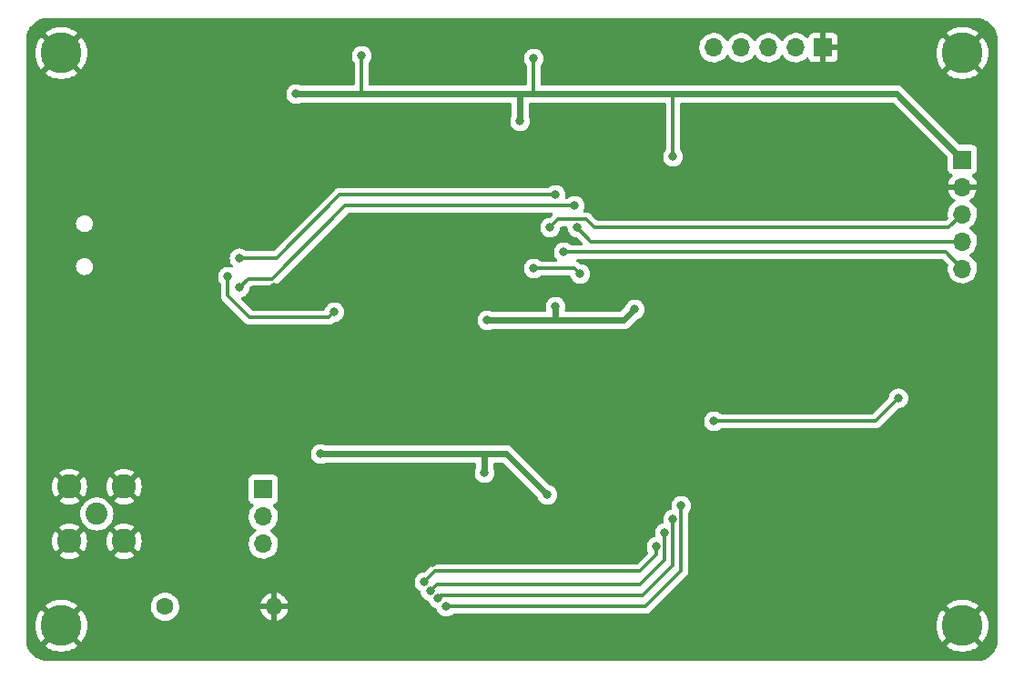
<source format=gbl>
G04 #@! TF.GenerationSoftware,KiCad,Pcbnew,(6.0.9)*
G04 #@! TF.CreationDate,2022-11-27T19:02:43-05:00*
G04 #@! TF.ProjectId,usbcounter,75736263-6f75-46e7-9465-722e6b696361,rev?*
G04 #@! TF.SameCoordinates,Original*
G04 #@! TF.FileFunction,Copper,L2,Bot*
G04 #@! TF.FilePolarity,Positive*
%FSLAX46Y46*%
G04 Gerber Fmt 4.6, Leading zero omitted, Abs format (unit mm)*
G04 Created by KiCad (PCBNEW (6.0.9)) date 2022-11-27 19:02:43*
%MOMM*%
%LPD*%
G01*
G04 APERTURE LIST*
G04 #@! TA.AperFunction,ComponentPad*
%ADD10R,1.700000X1.700000*%
G04 #@! TD*
G04 #@! TA.AperFunction,ComponentPad*
%ADD11O,1.700000X1.700000*%
G04 #@! TD*
G04 #@! TA.AperFunction,ComponentPad*
%ADD12C,2.050000*%
G04 #@! TD*
G04 #@! TA.AperFunction,ComponentPad*
%ADD13C,2.250000*%
G04 #@! TD*
G04 #@! TA.AperFunction,ComponentPad*
%ADD14C,1.600000*%
G04 #@! TD*
G04 #@! TA.AperFunction,ComponentPad*
%ADD15O,1.600000X1.600000*%
G04 #@! TD*
G04 #@! TA.AperFunction,ComponentPad*
%ADD16C,3.800000*%
G04 #@! TD*
G04 #@! TA.AperFunction,ViaPad*
%ADD17C,0.800000*%
G04 #@! TD*
G04 #@! TA.AperFunction,Conductor*
%ADD18C,0.600000*%
G04 #@! TD*
G04 #@! TA.AperFunction,Conductor*
%ADD19C,0.300000*%
G04 #@! TD*
G04 APERTURE END LIST*
D10*
X73406000Y-95250000D03*
D11*
X73406000Y-97790000D03*
X73406000Y-100330000D03*
D10*
X125476000Y-54102000D03*
D11*
X122936000Y-54102000D03*
X120396000Y-54102000D03*
X117856000Y-54102000D03*
X115316000Y-54102000D03*
D10*
X138430000Y-64521000D03*
D11*
X138430000Y-67061000D03*
X138430000Y-69601000D03*
X138430000Y-72141000D03*
X138430000Y-74681000D03*
D12*
X57912000Y-97536000D03*
D13*
X55372000Y-100076000D03*
X55372000Y-94996000D03*
X60452000Y-100076000D03*
X60452000Y-94996000D03*
D14*
X64262000Y-106172000D03*
D15*
X74422000Y-106172000D03*
D16*
X138430000Y-107950000D03*
X138430000Y-54610000D03*
X54610000Y-54610000D03*
X54610000Y-107950000D03*
D17*
X58674000Y-73914000D03*
X63754000Y-67056000D03*
X74434500Y-76454000D03*
X79502000Y-75184000D03*
X95250000Y-107696000D03*
X89154000Y-102108000D03*
X103378000Y-100076000D03*
X92710000Y-98044000D03*
X127762000Y-86868000D03*
X104648000Y-66294000D03*
X123190000Y-96012000D03*
X108712000Y-60452000D03*
X116586000Y-93472000D03*
X69088000Y-58674000D03*
X85344000Y-101854000D03*
X96012000Y-75438000D03*
X78486000Y-55372000D03*
X107442000Y-92964000D03*
X107442000Y-94488000D03*
X58674000Y-75438000D03*
X76200000Y-106172000D03*
X80772000Y-60198000D03*
X101854000Y-99060000D03*
X78994000Y-100076000D03*
X123190000Y-94488000D03*
X91694000Y-54864000D03*
X93726000Y-65278000D03*
X57404000Y-77216000D03*
X123190000Y-92964000D03*
X119634000Y-100584000D03*
X58674000Y-77216000D03*
X63754000Y-77216000D03*
X80010000Y-78740000D03*
X115316000Y-88900000D03*
X111506000Y-64262000D03*
X94234000Y-79502000D03*
X82550000Y-54864000D03*
X100584000Y-78232000D03*
X76454000Y-58420000D03*
X107950000Y-78486000D03*
X98552000Y-55118000D03*
X132482500Y-86762500D03*
X97282000Y-60960000D03*
X70104000Y-75438000D03*
X93980000Y-93726000D03*
X99822000Y-95758000D03*
X78740000Y-91948000D03*
X102870000Y-75184000D03*
X98552000Y-74676000D03*
X109982000Y-100584000D03*
X88392000Y-103886000D03*
X110744000Y-99314000D03*
X88946424Y-104717636D03*
X111518500Y-98044000D03*
X89664733Y-105412644D03*
X112268000Y-96774000D03*
X90424000Y-106172000D03*
X71183500Y-73723500D03*
X100584000Y-67818000D03*
X102362000Y-68834000D03*
X71183500Y-76454000D03*
X102616000Y-70866000D03*
X101346000Y-73152000D03*
X100076000Y-70866000D03*
D18*
X94234000Y-91948000D02*
X96012000Y-91948000D01*
X93980000Y-92202000D02*
X94234000Y-91948000D01*
X78740000Y-91948000D02*
X94234000Y-91948000D01*
X100330000Y-58420000D02*
X98552000Y-58420000D01*
X100584000Y-78232000D02*
X100584000Y-79502000D01*
D19*
X70104000Y-77216000D02*
X70104000Y-75438000D01*
D18*
X97282000Y-58420000D02*
X100838000Y-58420000D01*
X132329000Y-58420000D02*
X108712000Y-58420000D01*
X82550000Y-58420000D02*
X76454000Y-58420000D01*
D19*
X111506000Y-64262000D02*
X111506000Y-58420000D01*
D18*
X100584000Y-79502000D02*
X106934000Y-79502000D01*
X97282000Y-60960000D02*
X97282000Y-58420000D01*
D19*
X115316000Y-88900000D02*
X130345000Y-88900000D01*
D18*
X100838000Y-58420000D02*
X100330000Y-58420000D01*
X98552000Y-58420000D02*
X88392000Y-58420000D01*
X106934000Y-79502000D02*
X107950000Y-78486000D01*
D19*
X130345000Y-88900000D02*
X132482500Y-86762500D01*
D18*
X88392000Y-58420000D02*
X82550000Y-58420000D01*
X108712000Y-58420000D02*
X100838000Y-58420000D01*
D19*
X72136000Y-79248000D02*
X70104000Y-77216000D01*
X79502000Y-79248000D02*
X72136000Y-79248000D01*
D18*
X138430000Y-64521000D02*
X132329000Y-58420000D01*
X94234000Y-79502000D02*
X100584000Y-79502000D01*
X96012000Y-91948000D02*
X99822000Y-95758000D01*
D19*
X80010000Y-78740000D02*
X79502000Y-79248000D01*
X111506000Y-58420000D02*
X108712000Y-58420000D01*
X82550000Y-54864000D02*
X82550000Y-58420000D01*
D18*
X93980000Y-93726000D02*
X93980000Y-92202000D01*
D19*
X98552000Y-55118000D02*
X98552000Y-58420000D01*
X98552000Y-74676000D02*
X102362000Y-74676000D01*
X102362000Y-74676000D02*
X102870000Y-75184000D01*
X109982000Y-101346000D02*
X108458000Y-102870000D01*
X89408000Y-102870000D02*
X88392000Y-103886000D01*
X108458000Y-102870000D02*
X89408000Y-102870000D01*
X109982000Y-100584000D02*
X109982000Y-101346000D01*
X110744000Y-101854000D02*
X110744000Y-99314000D01*
X89524060Y-104140000D02*
X108458000Y-104140000D01*
X108458000Y-104140000D02*
X110744000Y-101854000D01*
X88946424Y-104717636D02*
X89524060Y-104140000D01*
X89664733Y-105412644D02*
X89921377Y-105156000D01*
X108712000Y-105156000D02*
X111518500Y-102349500D01*
X89921377Y-105156000D02*
X108712000Y-105156000D01*
X111518500Y-102349500D02*
X111518500Y-98044000D01*
X108966000Y-106172000D02*
X112268000Y-102870000D01*
X90424000Y-106172000D02*
X108966000Y-106172000D01*
X112268000Y-102870000D02*
X112268000Y-96774000D01*
X74612500Y-73723500D02*
X71183500Y-73723500D01*
X80518000Y-67818000D02*
X74612500Y-73723500D01*
X100584000Y-67818000D02*
X80518000Y-67818000D01*
X74231500Y-75628500D02*
X72009000Y-75628500D01*
X81026000Y-68834000D02*
X74231500Y-75628500D01*
X72009000Y-75628500D02*
X71183500Y-76454000D01*
X102362000Y-68834000D02*
X81026000Y-68834000D01*
X103891000Y-72141000D02*
X138430000Y-72141000D01*
X102616000Y-70866000D02*
X103891000Y-72141000D01*
X136901000Y-73152000D02*
X138430000Y-74681000D01*
X101346000Y-73152000D02*
X136901000Y-73152000D01*
X100838000Y-70104000D02*
X103400331Y-70104000D01*
X104162331Y-70866000D02*
X137165000Y-70866000D01*
X137165000Y-70866000D02*
X138430000Y-69601000D01*
X103400331Y-70104000D02*
X104162331Y-70866000D01*
X100076000Y-70866000D02*
X100838000Y-70104000D01*
G04 #@! TA.AperFunction,Conductor*
G36*
X139651975Y-51328051D02*
G01*
X139666809Y-51330361D01*
X139666813Y-51330361D01*
X139675683Y-51331742D01*
X139691980Y-51329611D01*
X139716549Y-51328818D01*
X139938881Y-51343386D01*
X139955222Y-51345537D01*
X140128112Y-51379924D01*
X140199649Y-51394153D01*
X140215562Y-51398415D01*
X140336309Y-51439402D01*
X140451569Y-51478526D01*
X140466788Y-51484830D01*
X140690322Y-51595062D01*
X140704565Y-51603285D01*
X140911806Y-51741758D01*
X140924859Y-51751774D01*
X140924885Y-51751796D01*
X141112242Y-51916104D01*
X141123896Y-51927758D01*
X141288226Y-52115141D01*
X141298242Y-52128194D01*
X141436714Y-52335434D01*
X141444938Y-52349678D01*
X141555170Y-52573212D01*
X141561474Y-52588431D01*
X141618880Y-52757548D01*
X141641583Y-52824432D01*
X141645847Y-52840351D01*
X141656971Y-52896276D01*
X141694463Y-53084778D01*
X141696614Y-53101119D01*
X141710712Y-53316278D01*
X141709682Y-53339412D01*
X141709639Y-53342894D01*
X141708258Y-53351765D01*
X141709422Y-53360668D01*
X141709422Y-53360671D01*
X141712399Y-53383439D01*
X141713463Y-53399730D01*
X141731483Y-109168524D01*
X141731484Y-109170696D01*
X141729984Y-109190119D01*
X141726309Y-109213724D01*
X141727473Y-109222626D01*
X141727473Y-109222629D01*
X141728439Y-109230012D01*
X141729233Y-109254591D01*
X141714660Y-109476922D01*
X141712509Y-109493262D01*
X141663889Y-109737693D01*
X141659625Y-109753606D01*
X141631439Y-109836641D01*
X141579516Y-109989600D01*
X141573209Y-110004826D01*
X141462984Y-110228342D01*
X141454743Y-110242616D01*
X141316287Y-110449829D01*
X141306254Y-110462905D01*
X141141932Y-110650278D01*
X141130278Y-110661932D01*
X140942905Y-110826254D01*
X140929829Y-110836287D01*
X140722616Y-110974743D01*
X140708342Y-110982984D01*
X140484826Y-111093209D01*
X140469602Y-111099515D01*
X140233606Y-111179625D01*
X140217696Y-111183888D01*
X140095477Y-111208199D01*
X139973262Y-111232509D01*
X139956922Y-111234660D01*
X139808134Y-111244413D01*
X139741763Y-111248763D01*
X139718651Y-111247733D01*
X139715146Y-111247690D01*
X139706276Y-111246309D01*
X139697374Y-111247473D01*
X139697370Y-111247473D01*
X139674783Y-111250427D01*
X139658420Y-111251491D01*
X53407459Y-111233459D01*
X53388097Y-111231958D01*
X53373213Y-111229640D01*
X53373211Y-111229640D01*
X53364337Y-111228258D01*
X53348043Y-111230388D01*
X53323471Y-111231181D01*
X53256668Y-111226801D01*
X53101141Y-111216605D01*
X53084801Y-111214454D01*
X52840371Y-111165830D01*
X52824451Y-111161564D01*
X52588462Y-111081453D01*
X52573236Y-111075146D01*
X52349722Y-110964920D01*
X52335449Y-110956679D01*
X52128233Y-110818220D01*
X52115157Y-110808187D01*
X51927787Y-110643867D01*
X51916133Y-110632213D01*
X51766542Y-110461638D01*
X51751812Y-110444841D01*
X51741780Y-110431767D01*
X51603321Y-110224551D01*
X51595080Y-110210278D01*
X51484854Y-109986764D01*
X51478547Y-109971538D01*
X51428596Y-109824394D01*
X53100314Y-109824394D01*
X53109143Y-109836014D01*
X53313970Y-109984830D01*
X53320650Y-109989070D01*
X53579234Y-110131228D01*
X53586369Y-110134585D01*
X53860746Y-110243219D01*
X53868237Y-110245653D01*
X54154059Y-110319039D01*
X54161830Y-110320521D01*
X54454570Y-110357503D01*
X54462460Y-110358000D01*
X54757540Y-110358000D01*
X54765430Y-110357503D01*
X55058170Y-110320521D01*
X55065941Y-110319039D01*
X55351763Y-110245653D01*
X55359254Y-110243219D01*
X55633631Y-110134585D01*
X55640766Y-110131228D01*
X55899350Y-109989070D01*
X55906030Y-109984830D01*
X56111230Y-109835744D01*
X56119653Y-109824821D01*
X56119424Y-109824394D01*
X136920314Y-109824394D01*
X136929143Y-109836014D01*
X137133970Y-109984830D01*
X137140650Y-109989070D01*
X137399234Y-110131228D01*
X137406369Y-110134585D01*
X137680746Y-110243219D01*
X137688237Y-110245653D01*
X137974059Y-110319039D01*
X137981830Y-110320521D01*
X138274570Y-110357503D01*
X138282460Y-110358000D01*
X138577540Y-110358000D01*
X138585430Y-110357503D01*
X138878170Y-110320521D01*
X138885941Y-110319039D01*
X139171763Y-110245653D01*
X139179254Y-110243219D01*
X139453631Y-110134585D01*
X139460766Y-110131228D01*
X139719350Y-109989070D01*
X139726030Y-109984830D01*
X139931230Y-109835744D01*
X139939653Y-109824821D01*
X139932749Y-109811960D01*
X138442810Y-108322020D01*
X138428869Y-108314408D01*
X138427034Y-108314539D01*
X138420420Y-108318790D01*
X136926927Y-109812284D01*
X136920314Y-109824394D01*
X56119424Y-109824394D01*
X56112749Y-109811960D01*
X54622810Y-108322020D01*
X54608869Y-108314408D01*
X54607034Y-108314539D01*
X54600420Y-108318790D01*
X53106927Y-109812284D01*
X53100314Y-109824394D01*
X51428596Y-109824394D01*
X51398436Y-109735549D01*
X51394170Y-109719629D01*
X51345546Y-109475199D01*
X51343395Y-109458859D01*
X51329289Y-109243696D01*
X51330318Y-109220569D01*
X51330360Y-109217090D01*
X51331742Y-109208215D01*
X51327615Y-109176659D01*
X51326551Y-109160319D01*
X51326551Y-107953958D01*
X52197488Y-107953958D01*
X52216015Y-108248436D01*
X52217008Y-108256297D01*
X52272296Y-108546128D01*
X52274267Y-108553805D01*
X52365446Y-108834424D01*
X52368361Y-108841787D01*
X52493993Y-109108770D01*
X52497805Y-109115703D01*
X52655909Y-109364835D01*
X52660563Y-109371241D01*
X52725521Y-109449761D01*
X52738040Y-109458217D01*
X52748778Y-109452011D01*
X54237980Y-107962810D01*
X54244357Y-107951131D01*
X54974408Y-107951131D01*
X54974539Y-107952966D01*
X54978790Y-107959580D01*
X56470119Y-109450908D01*
X56483381Y-109458150D01*
X56493485Y-109450962D01*
X56559437Y-109371241D01*
X56564091Y-109364835D01*
X56722195Y-109115703D01*
X56726007Y-109108770D01*
X56851639Y-108841787D01*
X56854554Y-108834424D01*
X56945733Y-108553805D01*
X56947704Y-108546128D01*
X57002992Y-108256297D01*
X57003985Y-108248436D01*
X57022512Y-107953958D01*
X136017488Y-107953958D01*
X136036015Y-108248436D01*
X136037008Y-108256297D01*
X136092296Y-108546128D01*
X136094267Y-108553805D01*
X136185446Y-108834424D01*
X136188361Y-108841787D01*
X136313993Y-109108770D01*
X136317805Y-109115703D01*
X136475909Y-109364835D01*
X136480563Y-109371241D01*
X136545521Y-109449761D01*
X136558040Y-109458217D01*
X136568778Y-109452011D01*
X138057980Y-107962810D01*
X138064357Y-107951131D01*
X138794408Y-107951131D01*
X138794539Y-107952966D01*
X138798790Y-107959580D01*
X140290119Y-109450908D01*
X140303381Y-109458150D01*
X140313485Y-109450962D01*
X140379437Y-109371241D01*
X140384091Y-109364835D01*
X140542195Y-109115703D01*
X140546007Y-109108770D01*
X140671639Y-108841787D01*
X140674554Y-108834424D01*
X140765733Y-108553805D01*
X140767704Y-108546128D01*
X140822992Y-108256297D01*
X140823985Y-108248436D01*
X140842512Y-107953958D01*
X140842512Y-107946042D01*
X140823985Y-107651564D01*
X140822992Y-107643703D01*
X140767704Y-107353872D01*
X140765733Y-107346195D01*
X140674554Y-107065576D01*
X140671639Y-107058213D01*
X140546007Y-106791230D01*
X140542195Y-106784297D01*
X140384091Y-106535165D01*
X140379437Y-106528759D01*
X140314479Y-106450239D01*
X140301960Y-106441783D01*
X140291222Y-106447989D01*
X138802020Y-107937190D01*
X138794408Y-107951131D01*
X138064357Y-107951131D01*
X138065592Y-107948869D01*
X138065461Y-107947034D01*
X138061210Y-107940420D01*
X136569881Y-106449092D01*
X136556619Y-106441850D01*
X136546515Y-106449038D01*
X136480563Y-106528759D01*
X136475909Y-106535165D01*
X136317805Y-106784297D01*
X136313993Y-106791230D01*
X136188361Y-107058213D01*
X136185446Y-107065576D01*
X136094267Y-107346195D01*
X136092296Y-107353872D01*
X136037008Y-107643703D01*
X136036015Y-107651564D01*
X136017488Y-107946042D01*
X136017488Y-107953958D01*
X57022512Y-107953958D01*
X57022512Y-107946042D01*
X57003985Y-107651564D01*
X57002992Y-107643703D01*
X56947704Y-107353872D01*
X56945733Y-107346195D01*
X56854554Y-107065576D01*
X56851639Y-107058213D01*
X56726007Y-106791230D01*
X56722195Y-106784297D01*
X56564091Y-106535165D01*
X56559437Y-106528759D01*
X56494479Y-106450239D01*
X56481960Y-106441783D01*
X56471222Y-106447989D01*
X54982020Y-107937190D01*
X54974408Y-107951131D01*
X54244357Y-107951131D01*
X54245592Y-107948869D01*
X54245461Y-107947034D01*
X54241210Y-107940420D01*
X52749881Y-106449092D01*
X52736619Y-106441850D01*
X52726515Y-106449038D01*
X52660563Y-106528759D01*
X52655909Y-106535165D01*
X52497805Y-106784297D01*
X52493993Y-106791230D01*
X52368361Y-107058213D01*
X52365446Y-107065576D01*
X52274267Y-107346195D01*
X52272296Y-107353872D01*
X52217008Y-107643703D01*
X52216015Y-107651564D01*
X52197488Y-107946042D01*
X52197488Y-107953958D01*
X51326551Y-107953958D01*
X51326551Y-106075179D01*
X53100347Y-106075179D01*
X53107251Y-106088040D01*
X54597190Y-107577980D01*
X54611131Y-107585592D01*
X54612966Y-107585461D01*
X54619580Y-107581210D01*
X56028789Y-106172000D01*
X62948502Y-106172000D01*
X62968457Y-106400087D01*
X62969881Y-106405400D01*
X62969881Y-106405402D01*
X63005216Y-106537271D01*
X63027716Y-106621243D01*
X63030039Y-106626224D01*
X63030039Y-106626225D01*
X63122151Y-106823762D01*
X63122154Y-106823767D01*
X63124477Y-106828749D01*
X63197902Y-106933611D01*
X63220444Y-106965803D01*
X63255802Y-107016300D01*
X63417700Y-107178198D01*
X63422208Y-107181355D01*
X63422211Y-107181357D01*
X63500389Y-107236098D01*
X63605251Y-107309523D01*
X63610233Y-107311846D01*
X63610238Y-107311849D01*
X63700358Y-107353872D01*
X63812757Y-107406284D01*
X63818065Y-107407706D01*
X63818067Y-107407707D01*
X64028598Y-107464119D01*
X64028600Y-107464119D01*
X64033913Y-107465543D01*
X64262000Y-107485498D01*
X64490087Y-107465543D01*
X64495400Y-107464119D01*
X64495402Y-107464119D01*
X64705933Y-107407707D01*
X64705935Y-107407706D01*
X64711243Y-107406284D01*
X64823642Y-107353872D01*
X64913762Y-107311849D01*
X64913767Y-107311846D01*
X64918749Y-107309523D01*
X65023611Y-107236098D01*
X65101789Y-107181357D01*
X65101792Y-107181355D01*
X65106300Y-107178198D01*
X65268198Y-107016300D01*
X65303557Y-106965803D01*
X65326098Y-106933611D01*
X65399523Y-106828749D01*
X65401846Y-106823767D01*
X65401849Y-106823762D01*
X65493961Y-106626225D01*
X65493961Y-106626224D01*
X65496284Y-106621243D01*
X65518785Y-106537271D01*
X65545245Y-106438522D01*
X73139273Y-106438522D01*
X73186764Y-106615761D01*
X73190510Y-106626053D01*
X73282586Y-106823511D01*
X73288069Y-106833007D01*
X73413028Y-107011467D01*
X73420084Y-107019875D01*
X73574125Y-107173916D01*
X73582533Y-107180972D01*
X73760993Y-107305931D01*
X73770489Y-107311414D01*
X73967947Y-107403490D01*
X73978239Y-107407236D01*
X74150503Y-107453394D01*
X74164599Y-107453058D01*
X74168000Y-107445116D01*
X74168000Y-107439967D01*
X74676000Y-107439967D01*
X74679973Y-107453498D01*
X74688522Y-107454727D01*
X74865761Y-107407236D01*
X74876053Y-107403490D01*
X75073511Y-107311414D01*
X75083007Y-107305931D01*
X75261467Y-107180972D01*
X75269875Y-107173916D01*
X75423916Y-107019875D01*
X75430972Y-107011467D01*
X75555931Y-106833007D01*
X75561414Y-106823511D01*
X75653490Y-106626053D01*
X75657236Y-106615761D01*
X75703394Y-106443497D01*
X75703058Y-106429401D01*
X75695116Y-106426000D01*
X74694115Y-106426000D01*
X74678876Y-106430475D01*
X74677671Y-106431865D01*
X74676000Y-106439548D01*
X74676000Y-107439967D01*
X74168000Y-107439967D01*
X74168000Y-106444115D01*
X74163525Y-106428876D01*
X74162135Y-106427671D01*
X74154452Y-106426000D01*
X73154033Y-106426000D01*
X73140502Y-106429973D01*
X73139273Y-106438522D01*
X65545245Y-106438522D01*
X65554119Y-106405402D01*
X65554119Y-106405400D01*
X65555543Y-106400087D01*
X65575498Y-106172000D01*
X65555543Y-105943913D01*
X65545244Y-105905478D01*
X65543911Y-105900503D01*
X73140606Y-105900503D01*
X73140942Y-105914599D01*
X73148884Y-105918000D01*
X74149885Y-105918000D01*
X74165124Y-105913525D01*
X74166329Y-105912135D01*
X74168000Y-105904452D01*
X74168000Y-105899885D01*
X74676000Y-105899885D01*
X74680475Y-105915124D01*
X74681865Y-105916329D01*
X74689548Y-105918000D01*
X75689967Y-105918000D01*
X75703498Y-105914027D01*
X75704727Y-105905478D01*
X75657236Y-105728239D01*
X75653490Y-105717947D01*
X75561414Y-105520489D01*
X75555931Y-105510993D01*
X75430972Y-105332533D01*
X75423916Y-105324125D01*
X75269875Y-105170084D01*
X75261467Y-105163028D01*
X75083007Y-105038069D01*
X75073511Y-105032586D01*
X74876053Y-104940510D01*
X74865761Y-104936764D01*
X74693497Y-104890606D01*
X74679401Y-104890942D01*
X74676000Y-104898884D01*
X74676000Y-105899885D01*
X74168000Y-105899885D01*
X74168000Y-104904033D01*
X74164027Y-104890502D01*
X74155478Y-104889273D01*
X73978239Y-104936764D01*
X73967947Y-104940510D01*
X73770489Y-105032586D01*
X73760993Y-105038069D01*
X73582533Y-105163028D01*
X73574125Y-105170084D01*
X73420084Y-105324125D01*
X73413028Y-105332533D01*
X73288069Y-105510993D01*
X73282586Y-105520489D01*
X73190510Y-105717947D01*
X73186764Y-105728239D01*
X73140606Y-105900503D01*
X65543911Y-105900503D01*
X65497707Y-105728067D01*
X65497706Y-105728065D01*
X65496284Y-105722757D01*
X65464384Y-105654347D01*
X65401849Y-105520238D01*
X65401846Y-105520233D01*
X65399523Y-105515251D01*
X65268198Y-105327700D01*
X65106300Y-105165802D01*
X65101792Y-105162645D01*
X65101789Y-105162643D01*
X64987914Y-105082907D01*
X64918749Y-105034477D01*
X64913767Y-105032154D01*
X64913762Y-105032151D01*
X64716225Y-104940039D01*
X64716224Y-104940039D01*
X64711243Y-104937716D01*
X64705935Y-104936294D01*
X64705933Y-104936293D01*
X64495402Y-104879881D01*
X64495400Y-104879881D01*
X64490087Y-104878457D01*
X64262000Y-104858502D01*
X64033913Y-104878457D01*
X64028600Y-104879881D01*
X64028598Y-104879881D01*
X63818067Y-104936293D01*
X63818065Y-104936294D01*
X63812757Y-104937716D01*
X63807776Y-104940039D01*
X63807775Y-104940039D01*
X63610238Y-105032151D01*
X63610233Y-105032154D01*
X63605251Y-105034477D01*
X63536086Y-105082907D01*
X63422211Y-105162643D01*
X63422208Y-105162645D01*
X63417700Y-105165802D01*
X63255802Y-105327700D01*
X63124477Y-105515251D01*
X63122154Y-105520233D01*
X63122151Y-105520238D01*
X63059616Y-105654347D01*
X63027716Y-105722757D01*
X63026294Y-105728065D01*
X63026293Y-105728067D01*
X62978756Y-105905478D01*
X62968457Y-105943913D01*
X62948502Y-106172000D01*
X56028789Y-106172000D01*
X56113073Y-106087716D01*
X56119686Y-106075606D01*
X56110857Y-106063986D01*
X55906030Y-105915170D01*
X55899350Y-105910930D01*
X55640766Y-105768772D01*
X55633631Y-105765415D01*
X55359254Y-105656781D01*
X55351763Y-105654347D01*
X55065941Y-105580961D01*
X55058170Y-105579479D01*
X54765430Y-105542497D01*
X54757540Y-105542000D01*
X54462460Y-105542000D01*
X54454570Y-105542497D01*
X54161830Y-105579479D01*
X54154059Y-105580961D01*
X53868237Y-105654347D01*
X53860746Y-105656781D01*
X53586369Y-105765415D01*
X53579234Y-105768772D01*
X53320650Y-105910930D01*
X53313970Y-105915170D01*
X53108770Y-106064256D01*
X53100347Y-106075179D01*
X51326551Y-106075179D01*
X51326551Y-103886000D01*
X87478496Y-103886000D01*
X87498458Y-104075928D01*
X87557473Y-104257556D01*
X87652960Y-104422944D01*
X87780747Y-104564866D01*
X87935248Y-104677118D01*
X87941282Y-104679804D01*
X87941281Y-104679804D01*
X87966789Y-104691161D01*
X88020885Y-104737140D01*
X88040851Y-104793097D01*
X88050960Y-104889273D01*
X88052882Y-104907564D01*
X88111897Y-105089192D01*
X88207384Y-105254580D01*
X88211802Y-105259487D01*
X88211803Y-105259488D01*
X88273221Y-105327700D01*
X88335171Y-105396502D01*
X88489672Y-105508754D01*
X88495700Y-105511438D01*
X88495702Y-105511439D01*
X88651852Y-105580961D01*
X88664136Y-105586430D01*
X88670591Y-105587802D01*
X88670594Y-105587803D01*
X88702342Y-105594551D01*
X88764816Y-105628279D01*
X88795979Y-105678862D01*
X88830206Y-105784200D01*
X88925693Y-105949588D01*
X88930111Y-105954495D01*
X88930112Y-105954496D01*
X89039160Y-106075606D01*
X89053480Y-106091510D01*
X89152576Y-106163508D01*
X89164265Y-106172000D01*
X89207981Y-106203762D01*
X89214009Y-106206446D01*
X89214011Y-106206447D01*
X89376414Y-106278753D01*
X89382445Y-106281438D01*
X89388900Y-106282810D01*
X89388903Y-106282811D01*
X89442189Y-106294137D01*
X89504663Y-106327865D01*
X89535825Y-106378447D01*
X89589473Y-106543556D01*
X89684960Y-106708944D01*
X89689378Y-106713851D01*
X89689379Y-106713852D01*
X89796667Y-106833007D01*
X89812747Y-106850866D01*
X89967248Y-106963118D01*
X89973276Y-106965802D01*
X89973278Y-106965803D01*
X90095450Y-107020197D01*
X90141712Y-107040794D01*
X90235113Y-107060647D01*
X90322056Y-107079128D01*
X90322061Y-107079128D01*
X90328513Y-107080500D01*
X90519487Y-107080500D01*
X90525939Y-107079128D01*
X90525944Y-107079128D01*
X90612888Y-107060647D01*
X90706288Y-107040794D01*
X90752550Y-107020197D01*
X90874722Y-106965803D01*
X90874724Y-106965802D01*
X90880752Y-106963118D01*
X91030163Y-106854564D01*
X91097031Y-106830706D01*
X91104224Y-106830500D01*
X108883944Y-106830500D01*
X108895800Y-106831059D01*
X108895803Y-106831059D01*
X108903537Y-106832788D01*
X108974369Y-106830562D01*
X108978327Y-106830500D01*
X109007432Y-106830500D01*
X109011832Y-106829944D01*
X109023664Y-106829012D01*
X109069831Y-106827562D01*
X109090421Y-106821580D01*
X109109782Y-106817570D01*
X109116770Y-106816688D01*
X109123204Y-106815875D01*
X109123205Y-106815875D01*
X109131064Y-106814882D01*
X109138429Y-106811966D01*
X109138433Y-106811965D01*
X109174021Y-106797874D01*
X109185231Y-106794035D01*
X109229600Y-106781145D01*
X109248065Y-106770225D01*
X109265805Y-106761534D01*
X109285756Y-106753635D01*
X109323129Y-106726482D01*
X109333048Y-106719967D01*
X109365977Y-106700493D01*
X109365981Y-106700490D01*
X109372807Y-106696453D01*
X109387971Y-106681289D01*
X109403005Y-106668448D01*
X109413943Y-106660501D01*
X109420357Y-106655841D01*
X109449803Y-106620247D01*
X109457792Y-106611468D01*
X109994081Y-106075179D01*
X136920347Y-106075179D01*
X136927251Y-106088040D01*
X138417190Y-107577980D01*
X138431131Y-107585592D01*
X138432966Y-107585461D01*
X138439580Y-107581210D01*
X139933073Y-106087716D01*
X139939686Y-106075606D01*
X139930857Y-106063986D01*
X139726030Y-105915170D01*
X139719350Y-105910930D01*
X139460766Y-105768772D01*
X139453631Y-105765415D01*
X139179254Y-105656781D01*
X139171763Y-105654347D01*
X138885941Y-105580961D01*
X138878170Y-105579479D01*
X138585430Y-105542497D01*
X138577540Y-105542000D01*
X138282460Y-105542000D01*
X138274570Y-105542497D01*
X137981830Y-105579479D01*
X137974059Y-105580961D01*
X137688237Y-105654347D01*
X137680746Y-105656781D01*
X137406369Y-105765415D01*
X137399234Y-105768772D01*
X137140650Y-105910930D01*
X137133970Y-105915170D01*
X136928770Y-106064256D01*
X136920347Y-106075179D01*
X109994081Y-106075179D01*
X112675605Y-103393655D01*
X112684385Y-103385665D01*
X112684387Y-103385663D01*
X112691080Y-103381416D01*
X112716099Y-103354774D01*
X112739604Y-103329743D01*
X112742359Y-103326901D01*
X112762927Y-103306333D01*
X112765647Y-103302826D01*
X112773353Y-103293804D01*
X112799544Y-103265913D01*
X112804972Y-103260133D01*
X112808794Y-103253181D01*
X112815303Y-103241342D01*
X112826157Y-103224818D01*
X112834443Y-103214135D01*
X112834444Y-103214134D01*
X112839304Y-103207868D01*
X112857654Y-103165464D01*
X112862869Y-103154819D01*
X112885124Y-103114337D01*
X112887094Y-103106663D01*
X112887097Y-103106656D01*
X112890455Y-103093574D01*
X112896861Y-103074862D01*
X112902233Y-103062448D01*
X112905380Y-103055177D01*
X112912608Y-103009541D01*
X112915012Y-102997930D01*
X112926500Y-102953188D01*
X112926500Y-102931742D01*
X112928051Y-102912032D01*
X112930166Y-102898678D01*
X112930166Y-102898677D01*
X112931406Y-102890848D01*
X112927059Y-102844859D01*
X112926500Y-102833004D01*
X112926500Y-97448759D01*
X112946502Y-97380638D01*
X112958864Y-97364449D01*
X112961744Y-97361251D01*
X113007040Y-97310944D01*
X113086201Y-97173834D01*
X113099223Y-97151279D01*
X113099224Y-97151278D01*
X113102527Y-97145556D01*
X113161542Y-96963928D01*
X113181504Y-96774000D01*
X113174119Y-96703738D01*
X113162232Y-96590635D01*
X113162232Y-96590633D01*
X113161542Y-96584072D01*
X113102527Y-96402444D01*
X113007040Y-96237056D01*
X112926975Y-96148134D01*
X112883675Y-96100045D01*
X112883674Y-96100044D01*
X112879253Y-96095134D01*
X112724752Y-95982882D01*
X112718724Y-95980198D01*
X112718722Y-95980197D01*
X112556319Y-95907891D01*
X112556318Y-95907891D01*
X112550288Y-95905206D01*
X112456888Y-95885353D01*
X112369944Y-95866872D01*
X112369939Y-95866872D01*
X112363487Y-95865500D01*
X112172513Y-95865500D01*
X112166061Y-95866872D01*
X112166056Y-95866872D01*
X112079112Y-95885353D01*
X111985712Y-95905206D01*
X111979682Y-95907891D01*
X111979681Y-95907891D01*
X111817278Y-95980197D01*
X111817276Y-95980198D01*
X111811248Y-95982882D01*
X111656747Y-96095134D01*
X111652326Y-96100044D01*
X111652325Y-96100045D01*
X111609026Y-96148134D01*
X111528960Y-96237056D01*
X111433473Y-96402444D01*
X111374458Y-96584072D01*
X111373768Y-96590633D01*
X111373768Y-96590635D01*
X111361881Y-96703738D01*
X111354496Y-96774000D01*
X111355186Y-96780565D01*
X111373462Y-96954450D01*
X111374458Y-96963928D01*
X111376500Y-96970213D01*
X111376501Y-96970217D01*
X111386497Y-97000983D01*
X111388524Y-97071950D01*
X111351861Y-97132748D01*
X111292862Y-97163165D01*
X111236212Y-97175206D01*
X111230182Y-97177891D01*
X111230181Y-97177891D01*
X111067778Y-97250197D01*
X111067776Y-97250198D01*
X111061748Y-97252882D01*
X110907247Y-97365134D01*
X110779460Y-97507056D01*
X110683973Y-97672444D01*
X110624958Y-97854072D01*
X110624268Y-97860633D01*
X110624268Y-97860635D01*
X110611222Y-97984767D01*
X110604996Y-98044000D01*
X110624958Y-98233928D01*
X110626999Y-98240210D01*
X110627000Y-98240214D01*
X110635382Y-98266011D01*
X110637409Y-98336979D01*
X110600747Y-98397777D01*
X110541746Y-98428194D01*
X110524099Y-98431945D01*
X110461712Y-98445206D01*
X110455682Y-98447891D01*
X110455681Y-98447891D01*
X110293278Y-98520197D01*
X110293276Y-98520198D01*
X110287248Y-98522882D01*
X110132747Y-98635134D01*
X110128326Y-98640044D01*
X110128325Y-98640045D01*
X110017070Y-98763607D01*
X110004960Y-98777056D01*
X109909473Y-98942444D01*
X109850458Y-99124072D01*
X109849768Y-99130633D01*
X109849768Y-99130635D01*
X109842709Y-99197800D01*
X109830496Y-99314000D01*
X109831186Y-99320565D01*
X109849463Y-99494457D01*
X109850458Y-99503928D01*
X109861690Y-99538496D01*
X109863718Y-99609462D01*
X109827056Y-99670260D01*
X109768055Y-99700678D01*
X109706176Y-99713831D01*
X109706167Y-99713834D01*
X109699712Y-99715206D01*
X109693682Y-99717891D01*
X109693681Y-99717891D01*
X109531278Y-99790197D01*
X109531276Y-99790198D01*
X109525248Y-99792882D01*
X109370747Y-99905134D01*
X109242960Y-100047056D01*
X109147473Y-100212444D01*
X109088458Y-100394072D01*
X109087768Y-100400633D01*
X109087768Y-100400635D01*
X109074722Y-100524767D01*
X109068496Y-100584000D01*
X109088458Y-100773928D01*
X109147473Y-100955556D01*
X109194078Y-101036277D01*
X109206638Y-101058032D01*
X109223376Y-101127027D01*
X109200156Y-101194119D01*
X109186620Y-101210121D01*
X108222143Y-102174597D01*
X108159833Y-102208621D01*
X108133050Y-102211500D01*
X89490056Y-102211500D01*
X89478200Y-102210941D01*
X89478197Y-102210941D01*
X89470463Y-102209212D01*
X89415446Y-102210941D01*
X89399631Y-102211438D01*
X89395673Y-102211500D01*
X89366568Y-102211500D01*
X89362168Y-102212056D01*
X89350336Y-102212988D01*
X89304169Y-102214438D01*
X89283579Y-102220420D01*
X89264218Y-102224430D01*
X89257230Y-102225312D01*
X89250796Y-102226125D01*
X89250795Y-102226125D01*
X89242936Y-102227118D01*
X89235571Y-102230034D01*
X89235567Y-102230035D01*
X89199979Y-102244126D01*
X89188769Y-102247965D01*
X89144400Y-102260855D01*
X89125935Y-102271775D01*
X89108195Y-102280466D01*
X89088244Y-102288365D01*
X89050874Y-102315516D01*
X89040952Y-102322033D01*
X89008023Y-102341507D01*
X89008019Y-102341510D01*
X89001193Y-102345547D01*
X88986029Y-102360711D01*
X88970996Y-102373551D01*
X88953643Y-102386159D01*
X88924198Y-102421752D01*
X88916208Y-102430532D01*
X88406145Y-102940595D01*
X88343833Y-102974621D01*
X88317050Y-102977500D01*
X88296513Y-102977500D01*
X88290061Y-102978872D01*
X88290056Y-102978872D01*
X88203113Y-102997353D01*
X88109712Y-103017206D01*
X88103682Y-103019891D01*
X88103681Y-103019891D01*
X87941278Y-103092197D01*
X87941276Y-103092198D01*
X87935248Y-103094882D01*
X87929907Y-103098762D01*
X87929906Y-103098763D01*
X87898914Y-103121280D01*
X87780747Y-103207134D01*
X87776326Y-103212044D01*
X87776325Y-103212045D01*
X87688900Y-103309141D01*
X87652960Y-103349056D01*
X87557473Y-103514444D01*
X87498458Y-103696072D01*
X87478496Y-103886000D01*
X51326551Y-103886000D01*
X51326551Y-101400471D01*
X54412884Y-101400471D01*
X54416570Y-101405740D01*
X54624121Y-101532927D01*
X54632915Y-101537408D01*
X54861242Y-101631984D01*
X54870627Y-101635033D01*
X55110940Y-101692728D01*
X55120687Y-101694271D01*
X55367070Y-101713662D01*
X55376930Y-101713662D01*
X55623313Y-101694271D01*
X55633060Y-101692728D01*
X55873373Y-101635033D01*
X55882758Y-101631984D01*
X56111085Y-101537408D01*
X56119879Y-101532927D01*
X56325928Y-101406660D01*
X56329968Y-101400471D01*
X59492884Y-101400471D01*
X59496570Y-101405740D01*
X59704121Y-101532927D01*
X59712915Y-101537408D01*
X59941242Y-101631984D01*
X59950627Y-101635033D01*
X60190940Y-101692728D01*
X60200687Y-101694271D01*
X60447070Y-101713662D01*
X60456930Y-101713662D01*
X60703313Y-101694271D01*
X60713060Y-101692728D01*
X60953373Y-101635033D01*
X60962758Y-101631984D01*
X61191085Y-101537408D01*
X61199879Y-101532927D01*
X61405928Y-101406660D01*
X61411190Y-101398599D01*
X61405183Y-101388393D01*
X60464812Y-100448022D01*
X60450868Y-100440408D01*
X60449035Y-100440539D01*
X60442420Y-100444790D01*
X59500276Y-101386934D01*
X59492884Y-101400471D01*
X56329968Y-101400471D01*
X56331190Y-101398599D01*
X56325183Y-101388393D01*
X55384812Y-100448022D01*
X55370868Y-100440408D01*
X55369035Y-100440539D01*
X55362420Y-100444790D01*
X54420276Y-101386934D01*
X54412884Y-101400471D01*
X51326551Y-101400471D01*
X51326551Y-100080930D01*
X53734338Y-100080930D01*
X53753729Y-100327313D01*
X53755272Y-100337060D01*
X53812967Y-100577373D01*
X53816016Y-100586758D01*
X53910592Y-100815085D01*
X53915073Y-100823879D01*
X54041340Y-101029928D01*
X54049401Y-101035190D01*
X54059607Y-101029183D01*
X54999978Y-100088812D01*
X55006356Y-100077132D01*
X55736408Y-100077132D01*
X55736539Y-100078965D01*
X55740790Y-100085580D01*
X56682934Y-101027724D01*
X56696471Y-101035116D01*
X56701740Y-101031430D01*
X56828927Y-100823879D01*
X56833408Y-100815085D01*
X56927984Y-100586758D01*
X56931033Y-100577373D01*
X56988728Y-100337060D01*
X56990271Y-100327313D01*
X57009662Y-100080930D01*
X58814338Y-100080930D01*
X58833729Y-100327313D01*
X58835272Y-100337060D01*
X58892967Y-100577373D01*
X58896016Y-100586758D01*
X58990592Y-100815085D01*
X58995073Y-100823879D01*
X59121340Y-101029928D01*
X59129401Y-101035190D01*
X59139607Y-101029183D01*
X60079978Y-100088812D01*
X60086356Y-100077132D01*
X60816408Y-100077132D01*
X60816539Y-100078965D01*
X60820790Y-100085580D01*
X61762934Y-101027724D01*
X61776471Y-101035116D01*
X61781740Y-101031430D01*
X61908927Y-100823879D01*
X61913408Y-100815085D01*
X62007984Y-100586758D01*
X62011033Y-100577373D01*
X62068728Y-100337060D01*
X62070271Y-100327313D01*
X62072681Y-100296695D01*
X72043251Y-100296695D01*
X72043548Y-100301848D01*
X72043548Y-100301851D01*
X72049011Y-100396590D01*
X72056110Y-100519715D01*
X72057247Y-100524761D01*
X72057248Y-100524767D01*
X72069104Y-100577373D01*
X72105222Y-100737639D01*
X72189266Y-100944616D01*
X72191965Y-100949020D01*
X72297320Y-101120944D01*
X72305987Y-101135088D01*
X72452250Y-101303938D01*
X72624126Y-101446632D01*
X72817000Y-101559338D01*
X73025692Y-101639030D01*
X73030760Y-101640061D01*
X73030763Y-101640062D01*
X73138017Y-101661883D01*
X73244597Y-101683567D01*
X73249772Y-101683757D01*
X73249774Y-101683757D01*
X73462673Y-101691564D01*
X73462677Y-101691564D01*
X73467837Y-101691753D01*
X73472957Y-101691097D01*
X73472959Y-101691097D01*
X73684288Y-101664025D01*
X73684289Y-101664025D01*
X73689416Y-101663368D01*
X73694366Y-101661883D01*
X73898429Y-101600661D01*
X73898434Y-101600659D01*
X73903384Y-101599174D01*
X74103994Y-101500896D01*
X74285860Y-101371173D01*
X74444096Y-101213489D01*
X74503594Y-101130689D01*
X74571435Y-101036277D01*
X74574453Y-101032077D01*
X74609444Y-100961279D01*
X74671136Y-100836453D01*
X74671137Y-100836451D01*
X74673430Y-100831811D01*
X74738370Y-100618069D01*
X74767529Y-100396590D01*
X74769156Y-100330000D01*
X74750852Y-100107361D01*
X74696431Y-99890702D01*
X74607354Y-99685840D01*
X74486014Y-99498277D01*
X74335670Y-99333051D01*
X74331619Y-99329852D01*
X74331615Y-99329848D01*
X74164414Y-99197800D01*
X74164410Y-99197798D01*
X74160359Y-99194598D01*
X74119053Y-99171796D01*
X74069084Y-99121364D01*
X74054312Y-99051921D01*
X74079428Y-98985516D01*
X74106780Y-98958909D01*
X74150603Y-98927650D01*
X74285860Y-98831173D01*
X74334156Y-98783046D01*
X74440435Y-98677137D01*
X74444096Y-98673489D01*
X74503594Y-98590689D01*
X74571435Y-98496277D01*
X74574453Y-98492077D01*
X74601013Y-98438338D01*
X74671136Y-98296453D01*
X74671137Y-98296451D01*
X74673430Y-98291811D01*
X74738370Y-98078069D01*
X74767529Y-97856590D01*
X74769156Y-97790000D01*
X74750852Y-97567361D01*
X74696431Y-97350702D01*
X74607354Y-97145840D01*
X74513642Y-97000983D01*
X74488822Y-96962617D01*
X74488820Y-96962614D01*
X74486014Y-96958277D01*
X74482532Y-96954450D01*
X74338798Y-96796488D01*
X74307746Y-96732642D01*
X74316141Y-96662143D01*
X74361317Y-96607375D01*
X74387761Y-96593706D01*
X74494297Y-96553767D01*
X74502705Y-96550615D01*
X74619261Y-96463261D01*
X74706615Y-96346705D01*
X74757745Y-96210316D01*
X74764500Y-96148134D01*
X74764500Y-94351866D01*
X74757745Y-94289684D01*
X74706615Y-94153295D01*
X74619261Y-94036739D01*
X74502705Y-93949385D01*
X74366316Y-93898255D01*
X74304134Y-93891500D01*
X72507866Y-93891500D01*
X72445684Y-93898255D01*
X72309295Y-93949385D01*
X72192739Y-94036739D01*
X72105385Y-94153295D01*
X72054255Y-94289684D01*
X72047500Y-94351866D01*
X72047500Y-96148134D01*
X72054255Y-96210316D01*
X72105385Y-96346705D01*
X72192739Y-96463261D01*
X72309295Y-96550615D01*
X72317704Y-96553767D01*
X72317705Y-96553768D01*
X72426451Y-96594535D01*
X72483216Y-96637176D01*
X72507916Y-96703738D01*
X72492709Y-96773087D01*
X72473316Y-96799568D01*
X72346629Y-96932138D01*
X72220743Y-97116680D01*
X72126688Y-97319305D01*
X72066989Y-97534570D01*
X72043251Y-97756695D01*
X72043548Y-97761848D01*
X72043548Y-97761851D01*
X72049011Y-97856590D01*
X72056110Y-97979715D01*
X72057247Y-97984761D01*
X72057248Y-97984767D01*
X72064268Y-98015916D01*
X72105222Y-98197639D01*
X72189266Y-98404616D01*
X72214140Y-98445206D01*
X72264118Y-98526763D01*
X72305987Y-98595088D01*
X72452250Y-98763938D01*
X72624126Y-98906632D01*
X72685411Y-98942444D01*
X72697445Y-98949476D01*
X72746169Y-99001114D01*
X72759240Y-99070897D01*
X72732509Y-99136669D01*
X72692055Y-99170027D01*
X72679607Y-99176507D01*
X72675474Y-99179610D01*
X72675471Y-99179612D01*
X72651247Y-99197800D01*
X72500965Y-99310635D01*
X72346629Y-99472138D01*
X72220743Y-99656680D01*
X72126688Y-99859305D01*
X72066989Y-100074570D01*
X72043251Y-100296695D01*
X62072681Y-100296695D01*
X62089662Y-100080930D01*
X62089662Y-100071070D01*
X62070271Y-99824687D01*
X62068728Y-99814940D01*
X62011033Y-99574627D01*
X62007984Y-99565242D01*
X61913408Y-99336915D01*
X61908927Y-99328121D01*
X61782660Y-99122072D01*
X61774599Y-99116810D01*
X61764393Y-99122817D01*
X60824022Y-100063188D01*
X60816408Y-100077132D01*
X60086356Y-100077132D01*
X60087592Y-100074868D01*
X60087461Y-100073035D01*
X60083210Y-100066420D01*
X59141066Y-99124276D01*
X59127529Y-99116884D01*
X59122260Y-99120570D01*
X58995073Y-99328121D01*
X58990592Y-99336915D01*
X58896016Y-99565242D01*
X58892967Y-99574627D01*
X58835272Y-99814940D01*
X58833729Y-99824687D01*
X58814338Y-100071070D01*
X58814338Y-100080930D01*
X57009662Y-100080930D01*
X57009662Y-100071070D01*
X56990271Y-99824687D01*
X56988728Y-99814940D01*
X56931033Y-99574627D01*
X56927984Y-99565242D01*
X56833408Y-99336915D01*
X56828927Y-99328121D01*
X56702660Y-99122072D01*
X56694599Y-99116810D01*
X56684393Y-99122817D01*
X55744022Y-100063188D01*
X55736408Y-100077132D01*
X55006356Y-100077132D01*
X55007592Y-100074868D01*
X55007461Y-100073035D01*
X55003210Y-100066420D01*
X54061066Y-99124276D01*
X54047529Y-99116884D01*
X54042260Y-99120570D01*
X53915073Y-99328121D01*
X53910592Y-99336915D01*
X53816016Y-99565242D01*
X53812967Y-99574627D01*
X53755272Y-99814940D01*
X53753729Y-99824687D01*
X53734338Y-100071070D01*
X53734338Y-100080930D01*
X51326551Y-100080930D01*
X51326551Y-98753401D01*
X54412810Y-98753401D01*
X54418817Y-98763607D01*
X55359188Y-99703978D01*
X55373132Y-99711592D01*
X55374965Y-99711461D01*
X55381580Y-99707210D01*
X56323724Y-98765066D01*
X56331116Y-98751529D01*
X56327430Y-98746260D01*
X56119879Y-98619073D01*
X56111085Y-98614592D01*
X55882758Y-98520016D01*
X55873373Y-98516967D01*
X55633060Y-98459272D01*
X55623313Y-98457729D01*
X55376930Y-98438338D01*
X55367070Y-98438338D01*
X55120687Y-98457729D01*
X55110940Y-98459272D01*
X54870627Y-98516967D01*
X54861242Y-98520016D01*
X54632915Y-98614592D01*
X54624121Y-98619073D01*
X54418072Y-98745340D01*
X54412810Y-98753401D01*
X51326551Y-98753401D01*
X51326551Y-97536000D01*
X56373758Y-97536000D01*
X56392696Y-97776634D01*
X56393850Y-97781441D01*
X56393851Y-97781447D01*
X56411287Y-97854072D01*
X56449045Y-98011343D01*
X56450938Y-98015914D01*
X56450939Y-98015916D01*
X56528194Y-98202425D01*
X56541416Y-98234347D01*
X56667536Y-98440156D01*
X56824299Y-98623701D01*
X57007844Y-98780464D01*
X57213653Y-98906584D01*
X57218223Y-98908477D01*
X57218227Y-98908479D01*
X57344774Y-98960896D01*
X57436657Y-98998955D01*
X57519039Y-99018733D01*
X57666553Y-99054149D01*
X57666559Y-99054150D01*
X57671366Y-99055304D01*
X57912000Y-99074242D01*
X58152634Y-99055304D01*
X58157441Y-99054150D01*
X58157447Y-99054149D01*
X58304961Y-99018733D01*
X58387343Y-98998955D01*
X58479226Y-98960896D01*
X58605773Y-98908479D01*
X58605777Y-98908477D01*
X58610347Y-98906584D01*
X58816156Y-98780464D01*
X58847843Y-98753401D01*
X59492810Y-98753401D01*
X59498817Y-98763607D01*
X60439188Y-99703978D01*
X60453132Y-99711592D01*
X60454965Y-99711461D01*
X60461580Y-99707210D01*
X61403724Y-98765066D01*
X61411116Y-98751529D01*
X61407430Y-98746260D01*
X61199879Y-98619073D01*
X61191085Y-98614592D01*
X60962758Y-98520016D01*
X60953373Y-98516967D01*
X60713060Y-98459272D01*
X60703313Y-98457729D01*
X60456930Y-98438338D01*
X60447070Y-98438338D01*
X60200687Y-98457729D01*
X60190940Y-98459272D01*
X59950627Y-98516967D01*
X59941242Y-98520016D01*
X59712915Y-98614592D01*
X59704121Y-98619073D01*
X59498072Y-98745340D01*
X59492810Y-98753401D01*
X58847843Y-98753401D01*
X58999701Y-98623701D01*
X59156464Y-98440156D01*
X59282584Y-98234347D01*
X59295807Y-98202425D01*
X59373061Y-98015916D01*
X59373062Y-98015914D01*
X59374955Y-98011343D01*
X59412713Y-97854072D01*
X59430149Y-97781447D01*
X59430150Y-97781441D01*
X59431304Y-97776634D01*
X59450242Y-97536000D01*
X59431304Y-97295366D01*
X59430150Y-97290559D01*
X59430149Y-97290553D01*
X59376110Y-97065469D01*
X59374955Y-97060657D01*
X59373061Y-97056084D01*
X59284479Y-96842227D01*
X59284477Y-96842223D01*
X59282584Y-96837653D01*
X59156464Y-96631844D01*
X59007481Y-96457408D01*
X59002909Y-96452055D01*
X58999701Y-96448299D01*
X58850034Y-96320471D01*
X59492884Y-96320471D01*
X59496570Y-96325740D01*
X59704121Y-96452927D01*
X59712915Y-96457408D01*
X59941242Y-96551984D01*
X59950627Y-96555033D01*
X60190940Y-96612728D01*
X60200687Y-96614271D01*
X60447070Y-96633662D01*
X60456930Y-96633662D01*
X60703313Y-96614271D01*
X60713060Y-96612728D01*
X60953373Y-96555033D01*
X60962758Y-96551984D01*
X61191085Y-96457408D01*
X61199879Y-96452927D01*
X61405928Y-96326660D01*
X61411190Y-96318599D01*
X61405183Y-96308393D01*
X60464812Y-95368022D01*
X60450868Y-95360408D01*
X60449035Y-95360539D01*
X60442420Y-95364790D01*
X59500276Y-96306934D01*
X59492884Y-96320471D01*
X58850034Y-96320471D01*
X58816156Y-96291536D01*
X58610347Y-96165416D01*
X58605777Y-96163523D01*
X58605773Y-96163521D01*
X58391916Y-96074939D01*
X58391914Y-96074938D01*
X58387343Y-96073045D01*
X58304961Y-96053267D01*
X58157447Y-96017851D01*
X58157441Y-96017850D01*
X58152634Y-96016696D01*
X57912000Y-95997758D01*
X57671366Y-96016696D01*
X57666559Y-96017850D01*
X57666553Y-96017851D01*
X57519039Y-96053267D01*
X57436657Y-96073045D01*
X57432086Y-96074938D01*
X57432084Y-96074939D01*
X57218227Y-96163521D01*
X57218223Y-96163523D01*
X57213653Y-96165416D01*
X57007844Y-96291536D01*
X56824299Y-96448299D01*
X56821091Y-96452055D01*
X56816519Y-96457408D01*
X56667536Y-96631844D01*
X56541416Y-96837653D01*
X56539523Y-96842223D01*
X56539521Y-96842227D01*
X56450939Y-97056084D01*
X56449045Y-97060657D01*
X56447890Y-97065469D01*
X56393851Y-97290553D01*
X56393850Y-97290559D01*
X56392696Y-97295366D01*
X56373758Y-97536000D01*
X51326551Y-97536000D01*
X51326551Y-96320471D01*
X54412884Y-96320471D01*
X54416570Y-96325740D01*
X54624121Y-96452927D01*
X54632915Y-96457408D01*
X54861242Y-96551984D01*
X54870627Y-96555033D01*
X55110940Y-96612728D01*
X55120687Y-96614271D01*
X55367070Y-96633662D01*
X55376930Y-96633662D01*
X55623313Y-96614271D01*
X55633060Y-96612728D01*
X55873373Y-96555033D01*
X55882758Y-96551984D01*
X56111085Y-96457408D01*
X56119879Y-96452927D01*
X56325928Y-96326660D01*
X56331190Y-96318599D01*
X56325183Y-96308393D01*
X55384812Y-95368022D01*
X55370868Y-95360408D01*
X55369035Y-95360539D01*
X55362420Y-95364790D01*
X54420276Y-96306934D01*
X54412884Y-96320471D01*
X51326551Y-96320471D01*
X51326551Y-95000930D01*
X53734338Y-95000930D01*
X53753729Y-95247313D01*
X53755272Y-95257060D01*
X53812967Y-95497373D01*
X53816016Y-95506758D01*
X53910592Y-95735085D01*
X53915073Y-95743879D01*
X54041340Y-95949928D01*
X54049401Y-95955190D01*
X54059607Y-95949183D01*
X54999978Y-95008812D01*
X55006356Y-94997132D01*
X55736408Y-94997132D01*
X55736539Y-94998965D01*
X55740790Y-95005580D01*
X56682934Y-95947724D01*
X56696471Y-95955116D01*
X56701740Y-95951430D01*
X56828927Y-95743879D01*
X56833408Y-95735085D01*
X56927984Y-95506758D01*
X56931033Y-95497373D01*
X56988728Y-95257060D01*
X56990271Y-95247313D01*
X57009662Y-95000930D01*
X58814338Y-95000930D01*
X58833729Y-95247313D01*
X58835272Y-95257060D01*
X58892967Y-95497373D01*
X58896016Y-95506758D01*
X58990592Y-95735085D01*
X58995073Y-95743879D01*
X59121340Y-95949928D01*
X59129401Y-95955190D01*
X59139607Y-95949183D01*
X60079978Y-95008812D01*
X60086356Y-94997132D01*
X60816408Y-94997132D01*
X60816539Y-94998965D01*
X60820790Y-95005580D01*
X61762934Y-95947724D01*
X61776471Y-95955116D01*
X61781740Y-95951430D01*
X61908927Y-95743879D01*
X61913408Y-95735085D01*
X62007984Y-95506758D01*
X62011033Y-95497373D01*
X62068728Y-95257060D01*
X62070271Y-95247313D01*
X62089662Y-95000930D01*
X62089662Y-94991070D01*
X62070271Y-94744687D01*
X62068728Y-94734940D01*
X62011033Y-94494627D01*
X62007984Y-94485242D01*
X61913408Y-94256915D01*
X61908927Y-94248121D01*
X61782660Y-94042072D01*
X61774599Y-94036810D01*
X61764393Y-94042817D01*
X60824022Y-94983188D01*
X60816408Y-94997132D01*
X60086356Y-94997132D01*
X60087592Y-94994868D01*
X60087461Y-94993035D01*
X60083210Y-94986420D01*
X59141066Y-94044276D01*
X59127529Y-94036884D01*
X59122260Y-94040570D01*
X58995073Y-94248121D01*
X58990592Y-94256915D01*
X58896016Y-94485242D01*
X58892967Y-94494627D01*
X58835272Y-94734940D01*
X58833729Y-94744687D01*
X58814338Y-94991070D01*
X58814338Y-95000930D01*
X57009662Y-95000930D01*
X57009662Y-94991070D01*
X56990271Y-94744687D01*
X56988728Y-94734940D01*
X56931033Y-94494627D01*
X56927984Y-94485242D01*
X56833408Y-94256915D01*
X56828927Y-94248121D01*
X56702660Y-94042072D01*
X56694599Y-94036810D01*
X56684393Y-94042817D01*
X55744022Y-94983188D01*
X55736408Y-94997132D01*
X55006356Y-94997132D01*
X55007592Y-94994868D01*
X55007461Y-94993035D01*
X55003210Y-94986420D01*
X54061066Y-94044276D01*
X54047529Y-94036884D01*
X54042260Y-94040570D01*
X53915073Y-94248121D01*
X53910592Y-94256915D01*
X53816016Y-94485242D01*
X53812967Y-94494627D01*
X53755272Y-94734940D01*
X53753729Y-94744687D01*
X53734338Y-94991070D01*
X53734338Y-95000930D01*
X51326551Y-95000930D01*
X51326551Y-93673401D01*
X54412810Y-93673401D01*
X54418817Y-93683607D01*
X55359188Y-94623978D01*
X55373132Y-94631592D01*
X55374965Y-94631461D01*
X55381580Y-94627210D01*
X56323724Y-93685066D01*
X56330094Y-93673401D01*
X59492810Y-93673401D01*
X59498817Y-93683607D01*
X60439188Y-94623978D01*
X60453132Y-94631592D01*
X60454965Y-94631461D01*
X60461580Y-94627210D01*
X61403724Y-93685066D01*
X61411116Y-93671529D01*
X61407430Y-93666260D01*
X61199879Y-93539073D01*
X61191085Y-93534592D01*
X60962758Y-93440016D01*
X60953373Y-93436967D01*
X60713060Y-93379272D01*
X60703313Y-93377729D01*
X60456930Y-93358338D01*
X60447070Y-93358338D01*
X60200687Y-93377729D01*
X60190940Y-93379272D01*
X59950627Y-93436967D01*
X59941242Y-93440016D01*
X59712915Y-93534592D01*
X59704121Y-93539073D01*
X59498072Y-93665340D01*
X59492810Y-93673401D01*
X56330094Y-93673401D01*
X56331116Y-93671529D01*
X56327430Y-93666260D01*
X56119879Y-93539073D01*
X56111085Y-93534592D01*
X55882758Y-93440016D01*
X55873373Y-93436967D01*
X55633060Y-93379272D01*
X55623313Y-93377729D01*
X55376930Y-93358338D01*
X55367070Y-93358338D01*
X55120687Y-93377729D01*
X55110940Y-93379272D01*
X54870627Y-93436967D01*
X54861242Y-93440016D01*
X54632915Y-93534592D01*
X54624121Y-93539073D01*
X54418072Y-93665340D01*
X54412810Y-93673401D01*
X51326551Y-93673401D01*
X51326551Y-91948000D01*
X77826496Y-91948000D01*
X77846458Y-92137928D01*
X77905473Y-92319556D01*
X78000960Y-92484944D01*
X78128747Y-92626866D01*
X78283248Y-92739118D01*
X78289276Y-92741802D01*
X78289278Y-92741803D01*
X78347862Y-92767886D01*
X78457712Y-92816794D01*
X78551113Y-92836647D01*
X78638056Y-92855128D01*
X78638061Y-92855128D01*
X78644513Y-92856500D01*
X78835487Y-92856500D01*
X78841939Y-92855128D01*
X78841944Y-92855128D01*
X78928887Y-92836647D01*
X79022288Y-92816794D01*
X79133245Y-92767393D01*
X79184494Y-92756500D01*
X93045500Y-92756500D01*
X93113621Y-92776502D01*
X93160114Y-92830158D01*
X93171500Y-92882500D01*
X93171500Y-93275603D01*
X93154620Y-93338602D01*
X93145473Y-93354444D01*
X93086458Y-93536072D01*
X93085768Y-93542633D01*
X93085768Y-93542635D01*
X93072775Y-93666260D01*
X93066496Y-93726000D01*
X93067186Y-93732565D01*
X93084601Y-93898255D01*
X93086458Y-93915928D01*
X93145473Y-94097556D01*
X93240960Y-94262944D01*
X93245378Y-94267851D01*
X93245379Y-94267852D01*
X93324102Y-94355283D01*
X93368747Y-94404866D01*
X93523248Y-94517118D01*
X93529276Y-94519802D01*
X93529278Y-94519803D01*
X93691681Y-94592109D01*
X93697712Y-94594794D01*
X93791113Y-94614647D01*
X93878056Y-94633128D01*
X93878061Y-94633128D01*
X93884513Y-94634500D01*
X94075487Y-94634500D01*
X94081939Y-94633128D01*
X94081944Y-94633128D01*
X94168887Y-94614647D01*
X94262288Y-94594794D01*
X94268319Y-94592109D01*
X94430722Y-94519803D01*
X94430724Y-94519802D01*
X94436752Y-94517118D01*
X94591253Y-94404866D01*
X94635898Y-94355283D01*
X94714621Y-94267852D01*
X94714622Y-94267851D01*
X94719040Y-94262944D01*
X94814527Y-94097556D01*
X94873542Y-93915928D01*
X94875400Y-93898255D01*
X94892814Y-93732565D01*
X94893504Y-93726000D01*
X94887225Y-93666260D01*
X94874232Y-93542635D01*
X94874232Y-93542633D01*
X94873542Y-93536072D01*
X94814527Y-93354444D01*
X94805380Y-93338602D01*
X94788500Y-93275603D01*
X94788500Y-92882500D01*
X94808502Y-92814379D01*
X94862158Y-92767886D01*
X94914500Y-92756500D01*
X95624918Y-92756500D01*
X95693039Y-92776502D01*
X95714013Y-92793405D01*
X98935908Y-96015299D01*
X98966646Y-96065457D01*
X98987473Y-96129556D01*
X99082960Y-96294944D01*
X99087378Y-96299851D01*
X99087379Y-96299852D01*
X99110689Y-96325740D01*
X99210747Y-96436866D01*
X99365248Y-96549118D01*
X99371276Y-96551802D01*
X99371278Y-96551803D01*
X99533681Y-96624109D01*
X99539712Y-96626794D01*
X99633112Y-96646647D01*
X99720056Y-96665128D01*
X99720061Y-96665128D01*
X99726513Y-96666500D01*
X99917487Y-96666500D01*
X99923939Y-96665128D01*
X99923944Y-96665128D01*
X100010887Y-96646647D01*
X100104288Y-96626794D01*
X100110319Y-96624109D01*
X100272722Y-96551803D01*
X100272724Y-96551802D01*
X100278752Y-96549118D01*
X100433253Y-96436866D01*
X100533311Y-96325740D01*
X100556621Y-96299852D01*
X100556622Y-96299851D01*
X100561040Y-96294944D01*
X100656527Y-96129556D01*
X100715542Y-95947928D01*
X100720177Y-95903834D01*
X100734814Y-95764565D01*
X100735504Y-95758000D01*
X100715542Y-95568072D01*
X100656527Y-95386444D01*
X100561040Y-95221056D01*
X100433253Y-95079134D01*
X100278752Y-94966882D01*
X100272724Y-94964198D01*
X100272722Y-94964197D01*
X100111758Y-94892532D01*
X100073912Y-94866520D01*
X96590234Y-91382842D01*
X96589306Y-91381905D01*
X96531157Y-91322525D01*
X96531156Y-91322524D01*
X96526229Y-91317493D01*
X96489779Y-91294002D01*
X96479454Y-91286583D01*
X96445557Y-91259524D01*
X96415362Y-91244927D01*
X96401945Y-91237398D01*
X96373762Y-91219235D01*
X96367145Y-91216827D01*
X96367140Y-91216824D01*
X96333027Y-91204408D01*
X96321284Y-91199447D01*
X96288597Y-91183646D01*
X96288592Y-91183644D01*
X96282251Y-91180579D01*
X96275393Y-91178996D01*
X96275391Y-91178995D01*
X96249574Y-91173035D01*
X96234831Y-91168668D01*
X96203315Y-91157197D01*
X96196325Y-91156314D01*
X96196317Y-91156312D01*
X96160299Y-91151762D01*
X96147747Y-91149526D01*
X96112386Y-91141362D01*
X96112383Y-91141362D01*
X96105515Y-91139776D01*
X96098469Y-91139751D01*
X96098466Y-91139751D01*
X96064944Y-91139634D01*
X96064062Y-91139605D01*
X96063231Y-91139500D01*
X96026581Y-91139500D01*
X96026141Y-91139499D01*
X95927657Y-91139155D01*
X95927652Y-91139155D01*
X95924130Y-91139143D01*
X95922930Y-91139411D01*
X95921293Y-91139500D01*
X94243165Y-91139500D01*
X94241846Y-91139493D01*
X94151779Y-91138550D01*
X94148477Y-91139264D01*
X94143816Y-91139500D01*
X79184494Y-91139500D01*
X79133245Y-91128607D01*
X79028319Y-91081891D01*
X79028318Y-91081891D01*
X79022288Y-91079206D01*
X78928887Y-91059353D01*
X78841944Y-91040872D01*
X78841939Y-91040872D01*
X78835487Y-91039500D01*
X78644513Y-91039500D01*
X78638061Y-91040872D01*
X78638056Y-91040872D01*
X78551113Y-91059353D01*
X78457712Y-91079206D01*
X78451682Y-91081891D01*
X78451681Y-91081891D01*
X78289278Y-91154197D01*
X78289276Y-91154198D01*
X78283248Y-91156882D01*
X78277907Y-91160762D01*
X78277906Y-91160763D01*
X78261015Y-91173035D01*
X78128747Y-91269134D01*
X78124326Y-91274044D01*
X78124325Y-91274045D01*
X78027208Y-91381905D01*
X78000960Y-91411056D01*
X77905473Y-91576444D01*
X77846458Y-91758072D01*
X77826496Y-91948000D01*
X51326551Y-91948000D01*
X51326551Y-88900000D01*
X114402496Y-88900000D01*
X114422458Y-89089928D01*
X114481473Y-89271556D01*
X114576960Y-89436944D01*
X114581378Y-89441851D01*
X114581379Y-89441852D01*
X114700325Y-89573955D01*
X114704747Y-89578866D01*
X114859248Y-89691118D01*
X114865276Y-89693802D01*
X114865278Y-89693803D01*
X115027681Y-89766109D01*
X115033712Y-89768794D01*
X115127112Y-89788647D01*
X115214056Y-89807128D01*
X115214061Y-89807128D01*
X115220513Y-89808500D01*
X115411487Y-89808500D01*
X115417939Y-89807128D01*
X115417944Y-89807128D01*
X115504887Y-89788647D01*
X115598288Y-89768794D01*
X115604319Y-89766109D01*
X115766722Y-89693803D01*
X115766724Y-89693802D01*
X115772752Y-89691118D01*
X115922163Y-89582564D01*
X115989031Y-89558706D01*
X115996224Y-89558500D01*
X130262944Y-89558500D01*
X130274800Y-89559059D01*
X130274803Y-89559059D01*
X130282537Y-89560788D01*
X130353369Y-89558562D01*
X130357327Y-89558500D01*
X130386432Y-89558500D01*
X130390832Y-89557944D01*
X130402664Y-89557012D01*
X130448831Y-89555562D01*
X130469421Y-89549580D01*
X130488782Y-89545570D01*
X130495770Y-89544688D01*
X130502204Y-89543875D01*
X130502205Y-89543875D01*
X130510064Y-89542882D01*
X130517429Y-89539966D01*
X130517433Y-89539965D01*
X130553021Y-89525874D01*
X130564231Y-89522035D01*
X130608600Y-89509145D01*
X130627065Y-89498225D01*
X130644805Y-89489534D01*
X130664756Y-89481635D01*
X130702129Y-89454482D01*
X130712048Y-89447967D01*
X130744977Y-89428493D01*
X130744981Y-89428490D01*
X130751807Y-89424453D01*
X130766971Y-89409289D01*
X130782005Y-89396448D01*
X130792943Y-89388501D01*
X130799357Y-89383841D01*
X130828803Y-89348247D01*
X130836792Y-89339468D01*
X131647816Y-88528444D01*
X132468354Y-87707905D01*
X132530666Y-87673880D01*
X132557449Y-87671000D01*
X132577987Y-87671000D01*
X132584439Y-87669628D01*
X132584444Y-87669628D01*
X132671388Y-87651147D01*
X132764788Y-87631294D01*
X132770819Y-87628609D01*
X132933222Y-87556303D01*
X132933224Y-87556302D01*
X132939252Y-87553618D01*
X133093753Y-87441366D01*
X133221540Y-87299444D01*
X133317027Y-87134056D01*
X133376042Y-86952428D01*
X133396004Y-86762500D01*
X133376042Y-86572572D01*
X133317027Y-86390944D01*
X133221540Y-86225556D01*
X133093753Y-86083634D01*
X132939252Y-85971382D01*
X132933224Y-85968698D01*
X132933222Y-85968697D01*
X132770819Y-85896391D01*
X132770818Y-85896391D01*
X132764788Y-85893706D01*
X132671388Y-85873853D01*
X132584444Y-85855372D01*
X132584439Y-85855372D01*
X132577987Y-85854000D01*
X132387013Y-85854000D01*
X132380561Y-85855372D01*
X132380556Y-85855372D01*
X132293612Y-85873853D01*
X132200212Y-85893706D01*
X132194182Y-85896391D01*
X132194181Y-85896391D01*
X132031778Y-85968697D01*
X132031776Y-85968698D01*
X132025748Y-85971382D01*
X131871247Y-86083634D01*
X131743460Y-86225556D01*
X131647973Y-86390944D01*
X131588958Y-86572572D01*
X131588268Y-86579135D01*
X131588268Y-86579136D01*
X131575745Y-86698286D01*
X131548732Y-86763942D01*
X131539530Y-86774210D01*
X130109145Y-88204595D01*
X130046833Y-88238621D01*
X130020050Y-88241500D01*
X115996224Y-88241500D01*
X115928103Y-88221498D01*
X115922163Y-88217436D01*
X115921909Y-88217251D01*
X115772752Y-88108882D01*
X115766724Y-88106198D01*
X115766722Y-88106197D01*
X115604319Y-88033891D01*
X115604318Y-88033891D01*
X115598288Y-88031206D01*
X115504887Y-88011353D01*
X115417944Y-87992872D01*
X115417939Y-87992872D01*
X115411487Y-87991500D01*
X115220513Y-87991500D01*
X115214061Y-87992872D01*
X115214056Y-87992872D01*
X115127113Y-88011353D01*
X115033712Y-88031206D01*
X115027682Y-88033891D01*
X115027681Y-88033891D01*
X114865278Y-88106197D01*
X114865276Y-88106198D01*
X114859248Y-88108882D01*
X114704747Y-88221134D01*
X114576960Y-88363056D01*
X114481473Y-88528444D01*
X114422458Y-88710072D01*
X114402496Y-88900000D01*
X51326551Y-88900000D01*
X51326551Y-75438000D01*
X69190496Y-75438000D01*
X69191186Y-75444565D01*
X69205894Y-75584500D01*
X69210458Y-75627928D01*
X69269473Y-75809556D01*
X69364960Y-75974944D01*
X69369378Y-75979851D01*
X69369379Y-75979852D01*
X69413136Y-76028449D01*
X69443854Y-76092456D01*
X69445500Y-76112759D01*
X69445500Y-77133944D01*
X69444941Y-77145800D01*
X69443212Y-77153537D01*
X69443461Y-77161459D01*
X69445438Y-77224369D01*
X69445500Y-77228327D01*
X69445500Y-77257432D01*
X69446056Y-77261832D01*
X69446988Y-77273664D01*
X69448438Y-77319831D01*
X69450650Y-77327444D01*
X69450650Y-77327445D01*
X69454419Y-77340416D01*
X69458430Y-77359782D01*
X69461118Y-77381064D01*
X69464034Y-77388429D01*
X69464035Y-77388433D01*
X69478126Y-77424021D01*
X69481965Y-77435231D01*
X69494855Y-77479600D01*
X69505775Y-77498065D01*
X69514466Y-77515805D01*
X69522365Y-77535756D01*
X69528091Y-77543637D01*
X69549516Y-77573126D01*
X69556033Y-77583048D01*
X69575507Y-77615977D01*
X69575510Y-77615981D01*
X69579547Y-77622807D01*
X69594711Y-77637971D01*
X69607551Y-77653004D01*
X69620159Y-77670357D01*
X69646559Y-77692197D01*
X69655752Y-77699802D01*
X69664532Y-77707792D01*
X71612345Y-79655605D01*
X71620335Y-79664385D01*
X71624584Y-79671080D01*
X71630362Y-79676506D01*
X71630363Y-79676507D01*
X71676257Y-79719604D01*
X71679099Y-79722359D01*
X71699667Y-79742927D01*
X71703170Y-79745644D01*
X71712195Y-79753352D01*
X71745867Y-79784972D01*
X71752818Y-79788793D01*
X71752819Y-79788794D01*
X71764658Y-79795303D01*
X71781182Y-79806157D01*
X71791271Y-79813982D01*
X71798132Y-79819304D01*
X71805404Y-79822451D01*
X71805406Y-79822452D01*
X71840535Y-79837654D01*
X71851195Y-79842876D01*
X71881168Y-79859354D01*
X71891663Y-79865124D01*
X71912441Y-79870459D01*
X71931131Y-79876858D01*
X71950824Y-79885380D01*
X71985563Y-79890882D01*
X71996448Y-79892606D01*
X72008071Y-79895013D01*
X72032754Y-79901350D01*
X72052812Y-79906500D01*
X72074259Y-79906500D01*
X72093969Y-79908051D01*
X72115152Y-79911406D01*
X72161141Y-79907059D01*
X72172996Y-79906500D01*
X79419944Y-79906500D01*
X79431800Y-79907059D01*
X79431803Y-79907059D01*
X79439537Y-79908788D01*
X79510369Y-79906562D01*
X79514327Y-79906500D01*
X79543432Y-79906500D01*
X79547832Y-79905944D01*
X79559664Y-79905012D01*
X79605831Y-79903562D01*
X79626421Y-79897580D01*
X79645782Y-79893570D01*
X79653416Y-79892606D01*
X79659204Y-79891875D01*
X79659205Y-79891875D01*
X79667064Y-79890882D01*
X79674429Y-79887966D01*
X79674433Y-79887965D01*
X79710021Y-79873874D01*
X79721231Y-79870035D01*
X79765600Y-79857145D01*
X79784065Y-79846225D01*
X79801805Y-79837534D01*
X79821756Y-79829635D01*
X79859129Y-79802482D01*
X79869048Y-79795967D01*
X79901977Y-79776493D01*
X79901981Y-79776490D01*
X79908807Y-79772453D01*
X79923971Y-79757289D01*
X79939005Y-79744448D01*
X79956357Y-79731841D01*
X79985808Y-79696241D01*
X79993798Y-79687462D01*
X79995855Y-79685405D01*
X80058167Y-79651379D01*
X80084950Y-79648500D01*
X80105487Y-79648500D01*
X80111939Y-79647128D01*
X80111944Y-79647128D01*
X80198887Y-79628647D01*
X80292288Y-79608794D01*
X80298319Y-79606109D01*
X80460722Y-79533803D01*
X80460724Y-79533802D01*
X80466752Y-79531118D01*
X80497794Y-79508565D01*
X80506830Y-79502000D01*
X93320496Y-79502000D01*
X93321186Y-79508565D01*
X93335894Y-79648500D01*
X93340458Y-79691928D01*
X93399473Y-79873556D01*
X93402776Y-79879278D01*
X93402777Y-79879279D01*
X93411008Y-79893536D01*
X93494960Y-80038944D01*
X93499378Y-80043851D01*
X93499379Y-80043852D01*
X93559861Y-80111024D01*
X93622747Y-80180866D01*
X93717904Y-80250002D01*
X93751773Y-80274609D01*
X93777248Y-80293118D01*
X93783276Y-80295802D01*
X93783278Y-80295803D01*
X93945681Y-80368109D01*
X93951712Y-80370794D01*
X94045112Y-80390647D01*
X94132056Y-80409128D01*
X94132061Y-80409128D01*
X94138513Y-80410500D01*
X94329487Y-80410500D01*
X94335939Y-80409128D01*
X94335944Y-80409128D01*
X94422888Y-80390647D01*
X94516288Y-80370794D01*
X94627245Y-80321393D01*
X94678494Y-80310500D01*
X100528095Y-80310500D01*
X100543014Y-80311386D01*
X100578320Y-80315596D01*
X100585323Y-80314860D01*
X100585324Y-80314860D01*
X100620240Y-80311190D01*
X100633411Y-80310500D01*
X106924786Y-80310500D01*
X106926106Y-80310507D01*
X107016221Y-80311451D01*
X107058597Y-80302289D01*
X107071163Y-80300231D01*
X107114255Y-80295397D01*
X107120906Y-80293081D01*
X107120910Y-80293080D01*
X107145930Y-80284367D01*
X107160742Y-80280204D01*
X107186619Y-80274609D01*
X107193510Y-80273119D01*
X107232813Y-80254792D01*
X107244589Y-80250010D01*
X107285552Y-80235745D01*
X107291527Y-80232011D01*
X107291530Y-80232010D01*
X107313995Y-80217973D01*
X107327512Y-80210634D01*
X107351514Y-80199441D01*
X107351515Y-80199440D01*
X107357902Y-80196462D01*
X107392153Y-80169894D01*
X107402612Y-80162598D01*
X107433404Y-80143358D01*
X107433407Y-80143356D01*
X107439376Y-80139626D01*
X107468179Y-80111024D01*
X107468804Y-80110439D01*
X107469470Y-80109922D01*
X107495460Y-80083932D01*
X107568082Y-80011815D01*
X107568740Y-80010778D01*
X107569843Y-80009549D01*
X108201912Y-79377480D01*
X108239758Y-79351468D01*
X108400722Y-79279803D01*
X108400724Y-79279802D01*
X108406752Y-79277118D01*
X108561253Y-79164866D01*
X108597400Y-79124721D01*
X108684621Y-79027852D01*
X108684622Y-79027851D01*
X108689040Y-79022944D01*
X108784527Y-78857556D01*
X108843542Y-78675928D01*
X108846411Y-78648636D01*
X108862814Y-78492565D01*
X108863504Y-78486000D01*
X108843542Y-78296072D01*
X108784527Y-78114444D01*
X108689040Y-77949056D01*
X108609254Y-77860444D01*
X108565675Y-77812045D01*
X108565674Y-77812044D01*
X108561253Y-77807134D01*
X108406752Y-77694882D01*
X108400724Y-77692198D01*
X108400722Y-77692197D01*
X108238319Y-77619891D01*
X108238318Y-77619891D01*
X108232288Y-77617206D01*
X108138887Y-77597353D01*
X108051944Y-77578872D01*
X108051939Y-77578872D01*
X108045487Y-77577500D01*
X107854513Y-77577500D01*
X107848061Y-77578872D01*
X107848056Y-77578872D01*
X107761113Y-77597353D01*
X107667712Y-77617206D01*
X107661682Y-77619891D01*
X107661681Y-77619891D01*
X107499278Y-77692197D01*
X107499276Y-77692198D01*
X107493248Y-77694882D01*
X107338747Y-77807134D01*
X107334326Y-77812044D01*
X107334325Y-77812045D01*
X107290747Y-77860444D01*
X107210960Y-77949056D01*
X107115473Y-78114444D01*
X107113433Y-78120724D01*
X107113432Y-78120725D01*
X107094646Y-78178542D01*
X107063908Y-78228700D01*
X106636013Y-78656595D01*
X106573701Y-78690621D01*
X106546918Y-78693500D01*
X101562727Y-78693500D01*
X101494606Y-78673498D01*
X101448113Y-78619842D01*
X101438009Y-78549568D01*
X101442894Y-78528564D01*
X101475502Y-78428206D01*
X101477542Y-78421928D01*
X101497504Y-78232000D01*
X101480062Y-78066045D01*
X101478232Y-78048635D01*
X101478232Y-78048633D01*
X101477542Y-78042072D01*
X101418527Y-77860444D01*
X101323040Y-77695056D01*
X101271641Y-77637971D01*
X101199675Y-77558045D01*
X101199674Y-77558044D01*
X101195253Y-77553134D01*
X101040752Y-77440882D01*
X101034724Y-77438198D01*
X101034722Y-77438197D01*
X100872319Y-77365891D01*
X100872318Y-77365891D01*
X100866288Y-77363206D01*
X100759070Y-77340416D01*
X100685944Y-77324872D01*
X100685939Y-77324872D01*
X100679487Y-77323500D01*
X100488513Y-77323500D01*
X100482061Y-77324872D01*
X100482056Y-77324872D01*
X100408930Y-77340416D01*
X100301712Y-77363206D01*
X100295682Y-77365891D01*
X100295681Y-77365891D01*
X100133278Y-77438197D01*
X100133276Y-77438198D01*
X100127248Y-77440882D01*
X99972747Y-77553134D01*
X99968326Y-77558044D01*
X99968325Y-77558045D01*
X99896360Y-77637971D01*
X99844960Y-77695056D01*
X99749473Y-77860444D01*
X99690458Y-78042072D01*
X99689768Y-78048633D01*
X99689768Y-78048635D01*
X99687938Y-78066045D01*
X99670496Y-78232000D01*
X99690458Y-78421928D01*
X99692498Y-78428206D01*
X99725106Y-78528564D01*
X99727133Y-78599532D01*
X99690471Y-78660329D01*
X99626759Y-78691655D01*
X99605273Y-78693500D01*
X94678494Y-78693500D01*
X94627245Y-78682607D01*
X94522319Y-78635891D01*
X94522318Y-78635891D01*
X94516288Y-78633206D01*
X94422887Y-78613353D01*
X94335944Y-78594872D01*
X94335939Y-78594872D01*
X94329487Y-78593500D01*
X94138513Y-78593500D01*
X94132061Y-78594872D01*
X94132056Y-78594872D01*
X94045113Y-78613353D01*
X93951712Y-78633206D01*
X93945682Y-78635891D01*
X93945681Y-78635891D01*
X93783278Y-78708197D01*
X93783276Y-78708198D01*
X93777248Y-78710882D01*
X93771907Y-78714762D01*
X93771906Y-78714763D01*
X93737171Y-78740000D01*
X93622747Y-78823134D01*
X93618326Y-78828044D01*
X93618325Y-78828045D01*
X93520937Y-78936206D01*
X93494960Y-78965056D01*
X93399473Y-79130444D01*
X93340458Y-79312072D01*
X93339768Y-79318633D01*
X93339768Y-79318635D01*
X93321186Y-79495435D01*
X93320496Y-79502000D01*
X80506830Y-79502000D01*
X80522157Y-79490864D01*
X80621253Y-79418866D01*
X80658517Y-79377480D01*
X80744621Y-79281852D01*
X80744622Y-79281851D01*
X80749040Y-79276944D01*
X80844527Y-79111556D01*
X80903542Y-78929928D01*
X80915175Y-78819251D01*
X80922814Y-78746565D01*
X80923504Y-78740000D01*
X80916770Y-78675928D01*
X80904232Y-78556635D01*
X80904232Y-78556633D01*
X80903542Y-78550072D01*
X80844527Y-78368444D01*
X80749040Y-78203056D01*
X80669254Y-78114444D01*
X80625675Y-78066045D01*
X80625674Y-78066044D01*
X80621253Y-78061134D01*
X80466752Y-77948882D01*
X80460724Y-77946198D01*
X80460722Y-77946197D01*
X80298319Y-77873891D01*
X80298318Y-77873891D01*
X80292288Y-77871206D01*
X80198888Y-77851353D01*
X80111944Y-77832872D01*
X80111939Y-77832872D01*
X80105487Y-77831500D01*
X79914513Y-77831500D01*
X79908061Y-77832872D01*
X79908056Y-77832872D01*
X79821112Y-77851353D01*
X79727712Y-77871206D01*
X79721682Y-77873891D01*
X79721681Y-77873891D01*
X79559278Y-77946197D01*
X79559276Y-77946198D01*
X79553248Y-77948882D01*
X79398747Y-78061134D01*
X79394326Y-78066044D01*
X79394325Y-78066045D01*
X79350747Y-78114444D01*
X79270960Y-78203056D01*
X79175473Y-78368444D01*
X79173431Y-78374729D01*
X79131936Y-78502436D01*
X79091862Y-78561042D01*
X79026466Y-78588679D01*
X79012103Y-78589500D01*
X72460950Y-78589500D01*
X72392829Y-78569498D01*
X72371855Y-78552595D01*
X71362897Y-77543637D01*
X71328871Y-77481325D01*
X71333936Y-77410510D01*
X71376483Y-77353674D01*
X71425794Y-77331296D01*
X71459324Y-77324169D01*
X71459333Y-77324166D01*
X71465788Y-77322794D01*
X71576123Y-77273670D01*
X71634222Y-77247803D01*
X71634224Y-77247802D01*
X71640252Y-77245118D01*
X71668811Y-77224369D01*
X71766302Y-77153537D01*
X71794753Y-77132866D01*
X71922540Y-76990944D01*
X72018027Y-76825556D01*
X72077042Y-76643928D01*
X72090255Y-76518215D01*
X72117268Y-76452559D01*
X72126469Y-76442291D01*
X72244854Y-76323905D01*
X72307166Y-76289880D01*
X72333950Y-76287000D01*
X74149444Y-76287000D01*
X74161300Y-76287559D01*
X74161303Y-76287559D01*
X74169037Y-76289288D01*
X74239869Y-76287062D01*
X74243827Y-76287000D01*
X74272932Y-76287000D01*
X74277332Y-76286444D01*
X74289164Y-76285512D01*
X74335331Y-76284062D01*
X74355921Y-76278080D01*
X74375282Y-76274070D01*
X74382270Y-76273188D01*
X74388704Y-76272375D01*
X74388705Y-76272375D01*
X74396564Y-76271382D01*
X74403929Y-76268466D01*
X74403933Y-76268465D01*
X74439521Y-76254374D01*
X74450731Y-76250535D01*
X74495100Y-76237645D01*
X74513565Y-76226725D01*
X74531305Y-76218034D01*
X74551256Y-76210135D01*
X74588629Y-76182982D01*
X74598548Y-76176467D01*
X74631477Y-76156993D01*
X74631481Y-76156990D01*
X74638307Y-76152953D01*
X74653471Y-76137789D01*
X74668505Y-76124948D01*
X74679443Y-76117001D01*
X74685857Y-76112341D01*
X74715303Y-76076747D01*
X74723292Y-76067968D01*
X81261855Y-69529405D01*
X81324167Y-69495379D01*
X81350950Y-69492500D01*
X100214050Y-69492500D01*
X100282171Y-69512502D01*
X100328664Y-69566158D01*
X100338768Y-69636432D01*
X100309274Y-69701012D01*
X100303145Y-69707595D01*
X100090145Y-69920595D01*
X100027833Y-69954621D01*
X100001050Y-69957500D01*
X99980513Y-69957500D01*
X99974061Y-69958872D01*
X99974056Y-69958872D01*
X99887112Y-69977353D01*
X99793712Y-69997206D01*
X99787682Y-69999891D01*
X99787681Y-69999891D01*
X99625278Y-70072197D01*
X99625276Y-70072198D01*
X99619248Y-70074882D01*
X99464747Y-70187134D01*
X99460326Y-70192044D01*
X99460325Y-70192045D01*
X99360352Y-70303077D01*
X99336960Y-70329056D01*
X99333659Y-70334774D01*
X99246561Y-70485632D01*
X99241473Y-70494444D01*
X99182458Y-70676072D01*
X99181768Y-70682633D01*
X99181768Y-70682635D01*
X99172595Y-70769909D01*
X99162496Y-70866000D01*
X99182458Y-71055928D01*
X99241473Y-71237556D01*
X99244776Y-71243278D01*
X99244777Y-71243279D01*
X99253093Y-71257683D01*
X99336960Y-71402944D01*
X99464747Y-71544866D01*
X99619248Y-71657118D01*
X99625276Y-71659802D01*
X99625278Y-71659803D01*
X99730656Y-71706720D01*
X99793712Y-71734794D01*
X99887113Y-71754647D01*
X99974056Y-71773128D01*
X99974061Y-71773128D01*
X99980513Y-71774500D01*
X100171487Y-71774500D01*
X100177939Y-71773128D01*
X100177944Y-71773128D01*
X100264887Y-71754647D01*
X100358288Y-71734794D01*
X100421344Y-71706720D01*
X100526722Y-71659803D01*
X100526724Y-71659802D01*
X100532752Y-71657118D01*
X100687253Y-71544866D01*
X100815040Y-71402944D01*
X100898907Y-71257683D01*
X100907223Y-71243279D01*
X100907224Y-71243278D01*
X100910527Y-71237556D01*
X100953896Y-71104081D01*
X100967502Y-71062207D01*
X100967502Y-71062205D01*
X100969542Y-71055928D01*
X100982755Y-70930213D01*
X101009768Y-70864558D01*
X101018970Y-70854290D01*
X101073855Y-70799405D01*
X101136167Y-70765379D01*
X101162950Y-70762500D01*
X101578167Y-70762500D01*
X101646288Y-70782502D01*
X101692781Y-70836158D01*
X101703476Y-70875328D01*
X101722458Y-71055928D01*
X101781473Y-71237556D01*
X101784776Y-71243278D01*
X101784777Y-71243279D01*
X101793093Y-71257683D01*
X101876960Y-71402944D01*
X102004747Y-71544866D01*
X102159248Y-71657118D01*
X102165276Y-71659802D01*
X102165278Y-71659803D01*
X102270656Y-71706720D01*
X102333712Y-71734794D01*
X102427113Y-71754647D01*
X102514056Y-71773128D01*
X102514061Y-71773128D01*
X102520513Y-71774500D01*
X102541049Y-71774500D01*
X102609170Y-71794502D01*
X102630144Y-71811404D01*
X103097145Y-72278404D01*
X103131170Y-72340717D01*
X103126106Y-72411532D01*
X103083559Y-72468368D01*
X103017039Y-72493179D01*
X103008050Y-72493500D01*
X102026224Y-72493500D01*
X101958103Y-72473498D01*
X101952163Y-72469436D01*
X101951909Y-72469251D01*
X101889542Y-72423939D01*
X101808094Y-72364763D01*
X101808093Y-72364762D01*
X101802752Y-72360882D01*
X101796724Y-72358198D01*
X101796722Y-72358197D01*
X101634319Y-72285891D01*
X101634318Y-72285891D01*
X101628288Y-72283206D01*
X101534887Y-72263353D01*
X101447944Y-72244872D01*
X101447939Y-72244872D01*
X101441487Y-72243500D01*
X101250513Y-72243500D01*
X101244061Y-72244872D01*
X101244056Y-72244872D01*
X101157113Y-72263353D01*
X101063712Y-72283206D01*
X101057682Y-72285891D01*
X101057681Y-72285891D01*
X100895278Y-72358197D01*
X100895276Y-72358198D01*
X100889248Y-72360882D01*
X100734747Y-72473134D01*
X100606960Y-72615056D01*
X100511473Y-72780444D01*
X100452458Y-72962072D01*
X100451768Y-72968633D01*
X100451768Y-72968635D01*
X100441640Y-73065000D01*
X100432496Y-73152000D01*
X100433186Y-73158565D01*
X100449302Y-73311896D01*
X100452458Y-73341928D01*
X100511473Y-73523556D01*
X100606960Y-73688944D01*
X100611378Y-73693851D01*
X100611379Y-73693852D01*
X100713429Y-73807190D01*
X100744147Y-73871197D01*
X100735382Y-73941651D01*
X100689919Y-73996182D01*
X100619793Y-74017500D01*
X99232224Y-74017500D01*
X99164103Y-73997498D01*
X99158163Y-73993436D01*
X99157909Y-73993251D01*
X99008752Y-73884882D01*
X99002724Y-73882198D01*
X99002722Y-73882197D01*
X98840319Y-73809891D01*
X98840318Y-73809891D01*
X98834288Y-73807206D01*
X98724238Y-73783814D01*
X98653944Y-73768872D01*
X98653939Y-73768872D01*
X98647487Y-73767500D01*
X98456513Y-73767500D01*
X98450061Y-73768872D01*
X98450056Y-73768872D01*
X98379762Y-73783814D01*
X98269712Y-73807206D01*
X98263682Y-73809891D01*
X98263681Y-73809891D01*
X98101278Y-73882197D01*
X98101276Y-73882198D01*
X98095248Y-73884882D01*
X97940747Y-73997134D01*
X97936326Y-74002044D01*
X97936325Y-74002045D01*
X97826589Y-74123920D01*
X97812960Y-74139056D01*
X97717473Y-74304444D01*
X97658458Y-74486072D01*
X97657768Y-74492633D01*
X97657768Y-74492635D01*
X97642054Y-74642148D01*
X97638496Y-74676000D01*
X97639186Y-74682565D01*
X97656020Y-74842727D01*
X97658458Y-74865928D01*
X97717473Y-75047556D01*
X97720776Y-75053278D01*
X97720777Y-75053279D01*
X97746083Y-75097110D01*
X97812960Y-75212944D01*
X97817378Y-75217851D01*
X97817379Y-75217852D01*
X97844589Y-75248072D01*
X97940747Y-75354866D01*
X97979576Y-75383077D01*
X98064207Y-75444565D01*
X98095248Y-75467118D01*
X98101276Y-75469802D01*
X98101278Y-75469803D01*
X98263681Y-75542109D01*
X98269712Y-75544794D01*
X98356710Y-75563286D01*
X98450056Y-75583128D01*
X98450061Y-75583128D01*
X98456513Y-75584500D01*
X98647487Y-75584500D01*
X98653939Y-75583128D01*
X98653944Y-75583128D01*
X98747290Y-75563286D01*
X98834288Y-75544794D01*
X98840319Y-75542109D01*
X99002722Y-75469803D01*
X99002724Y-75469802D01*
X99008752Y-75467118D01*
X99039794Y-75444565D01*
X99130809Y-75378438D01*
X99158163Y-75358564D01*
X99225031Y-75334706D01*
X99232224Y-75334500D01*
X101872103Y-75334500D01*
X101940224Y-75354502D01*
X101986717Y-75408158D01*
X101991936Y-75421564D01*
X102035473Y-75555556D01*
X102038776Y-75561278D01*
X102038777Y-75561279D01*
X102051392Y-75583128D01*
X102130960Y-75720944D01*
X102135378Y-75725851D01*
X102135379Y-75725852D01*
X102250920Y-75854173D01*
X102258747Y-75862866D01*
X102413248Y-75975118D01*
X102419276Y-75977802D01*
X102419278Y-75977803D01*
X102501405Y-76014368D01*
X102587712Y-76052794D01*
X102659100Y-76067968D01*
X102768056Y-76091128D01*
X102768061Y-76091128D01*
X102774513Y-76092500D01*
X102965487Y-76092500D01*
X102971939Y-76091128D01*
X102971944Y-76091128D01*
X103080900Y-76067968D01*
X103152288Y-76052794D01*
X103238595Y-76014368D01*
X103320722Y-75977803D01*
X103320724Y-75977802D01*
X103326752Y-75975118D01*
X103481253Y-75862866D01*
X103489080Y-75854173D01*
X103604621Y-75725852D01*
X103604622Y-75725851D01*
X103609040Y-75720944D01*
X103688608Y-75583128D01*
X103701223Y-75561279D01*
X103701224Y-75561278D01*
X103704527Y-75555556D01*
X103763542Y-75373928D01*
X103765138Y-75358749D01*
X103782814Y-75190565D01*
X103783504Y-75184000D01*
X103778044Y-75132051D01*
X103764232Y-75000635D01*
X103764232Y-75000633D01*
X103763542Y-74994072D01*
X103704527Y-74812444D01*
X103609040Y-74647056D01*
X103560968Y-74593666D01*
X103485675Y-74510045D01*
X103485674Y-74510044D01*
X103481253Y-74505134D01*
X103364901Y-74420599D01*
X103332094Y-74396763D01*
X103332093Y-74396762D01*
X103326752Y-74392882D01*
X103320724Y-74390198D01*
X103320722Y-74390197D01*
X103158319Y-74317891D01*
X103158318Y-74317891D01*
X103152288Y-74315206D01*
X103058887Y-74295353D01*
X102971944Y-74276872D01*
X102971939Y-74276872D01*
X102965487Y-74275500D01*
X102947348Y-74275500D01*
X102879227Y-74255498D01*
X102861095Y-74241350D01*
X102821742Y-74204395D01*
X102818900Y-74201640D01*
X102798333Y-74181073D01*
X102794826Y-74178353D01*
X102785804Y-74170647D01*
X102757913Y-74144456D01*
X102752133Y-74139028D01*
X102745181Y-74135206D01*
X102733342Y-74128697D01*
X102716818Y-74117843D01*
X102706132Y-74109555D01*
X102699868Y-74104696D01*
X102692596Y-74101549D01*
X102692594Y-74101548D01*
X102657465Y-74086346D01*
X102646805Y-74081124D01*
X102613284Y-74062695D01*
X102613282Y-74062694D01*
X102606337Y-74058876D01*
X102598657Y-74056904D01*
X102591289Y-74053987D01*
X102592451Y-74051051D01*
X102544031Y-74022231D01*
X102512339Y-73958701D01*
X102520026Y-73888121D01*
X102564650Y-73832902D01*
X102636368Y-73810500D01*
X136576050Y-73810500D01*
X136644171Y-73830502D01*
X136665145Y-73847405D01*
X137072101Y-74254361D01*
X137106127Y-74316673D01*
X137104424Y-74377125D01*
X137090989Y-74425570D01*
X137067251Y-74647695D01*
X137067548Y-74652848D01*
X137067548Y-74652851D01*
X137077770Y-74830131D01*
X137080110Y-74870715D01*
X137081247Y-74875761D01*
X137081248Y-74875767D01*
X137103091Y-74972689D01*
X137129222Y-75088639D01*
X137177375Y-75207226D01*
X137196805Y-75255076D01*
X137213266Y-75295616D01*
X137264019Y-75378438D01*
X137325091Y-75478098D01*
X137329987Y-75486088D01*
X137476250Y-75654938D01*
X137648126Y-75797632D01*
X137841000Y-75910338D01*
X138049692Y-75990030D01*
X138054760Y-75991061D01*
X138054763Y-75991062D01*
X138162017Y-76012883D01*
X138268597Y-76034567D01*
X138273772Y-76034757D01*
X138273774Y-76034757D01*
X138486673Y-76042564D01*
X138486677Y-76042564D01*
X138491837Y-76042753D01*
X138496957Y-76042097D01*
X138496959Y-76042097D01*
X138708288Y-76015025D01*
X138708289Y-76015025D01*
X138713416Y-76014368D01*
X138718366Y-76012883D01*
X138922429Y-75951661D01*
X138922434Y-75951659D01*
X138927384Y-75950174D01*
X139127994Y-75851896D01*
X139309860Y-75722173D01*
X139316832Y-75715226D01*
X139464435Y-75568137D01*
X139468096Y-75564489D01*
X139509364Y-75507059D01*
X139595435Y-75387277D01*
X139598453Y-75383077D01*
X139606219Y-75367365D01*
X139695136Y-75187453D01*
X139695137Y-75187451D01*
X139697430Y-75182811D01*
X139751006Y-75006473D01*
X139760865Y-74974023D01*
X139760865Y-74974021D01*
X139762370Y-74969069D01*
X139791529Y-74747590D01*
X139793156Y-74681000D01*
X139774852Y-74458361D01*
X139720431Y-74241702D01*
X139631354Y-74036840D01*
X139580804Y-73958701D01*
X139512822Y-73853617D01*
X139512820Y-73853614D01*
X139510014Y-73849277D01*
X139359670Y-73684051D01*
X139355619Y-73680852D01*
X139355615Y-73680848D01*
X139188414Y-73548800D01*
X139188410Y-73548798D01*
X139184359Y-73545598D01*
X139143053Y-73522796D01*
X139093084Y-73472364D01*
X139078312Y-73402921D01*
X139103428Y-73336516D01*
X139130780Y-73309909D01*
X139174603Y-73278650D01*
X139309860Y-73182173D01*
X139468096Y-73024489D01*
X139531493Y-72936263D01*
X139595435Y-72847277D01*
X139598453Y-72843077D01*
X139611652Y-72816372D01*
X139695136Y-72647453D01*
X139695137Y-72647451D01*
X139697430Y-72642811D01*
X139762370Y-72429069D01*
X139791529Y-72207590D01*
X139793156Y-72141000D01*
X139774852Y-71918361D01*
X139720431Y-71701702D01*
X139631354Y-71496840D01*
X139510014Y-71309277D01*
X139359670Y-71144051D01*
X139355619Y-71140852D01*
X139355615Y-71140848D01*
X139188414Y-71008800D01*
X139188410Y-71008798D01*
X139184359Y-71005598D01*
X139143053Y-70982796D01*
X139093084Y-70932364D01*
X139078312Y-70862921D01*
X139103428Y-70796516D01*
X139130780Y-70769909D01*
X139174603Y-70738650D01*
X139309860Y-70642173D01*
X139468096Y-70484489D01*
X139598453Y-70303077D01*
X139655576Y-70187498D01*
X139695136Y-70107453D01*
X139695137Y-70107451D01*
X139697430Y-70102811D01*
X139762370Y-69889069D01*
X139791529Y-69667590D01*
X139791611Y-69664240D01*
X139793074Y-69604365D01*
X139793074Y-69604361D01*
X139793156Y-69601000D01*
X139774852Y-69378361D01*
X139720431Y-69161702D01*
X139631354Y-68956840D01*
X139510014Y-68769277D01*
X139359670Y-68604051D01*
X139355619Y-68600852D01*
X139355615Y-68600848D01*
X139188414Y-68468800D01*
X139188410Y-68468798D01*
X139184359Y-68465598D01*
X139142569Y-68442529D01*
X139092598Y-68392097D01*
X139077826Y-68322654D01*
X139102942Y-68256248D01*
X139130294Y-68229641D01*
X139305328Y-68104792D01*
X139313200Y-68098139D01*
X139464052Y-67947812D01*
X139470730Y-67939965D01*
X139595003Y-67767020D01*
X139600313Y-67758183D01*
X139694670Y-67567267D01*
X139698469Y-67557672D01*
X139760377Y-67353910D01*
X139762555Y-67343837D01*
X139763986Y-67332962D01*
X139761775Y-67318778D01*
X139748617Y-67315000D01*
X137113225Y-67315000D01*
X137099694Y-67318973D01*
X137098257Y-67328966D01*
X137128565Y-67463446D01*
X137131645Y-67473275D01*
X137211770Y-67670603D01*
X137216413Y-67679794D01*
X137327694Y-67861388D01*
X137333777Y-67869699D01*
X137473213Y-68030667D01*
X137480580Y-68037883D01*
X137644434Y-68173916D01*
X137652881Y-68179831D01*
X137721969Y-68220203D01*
X137770693Y-68271842D01*
X137783764Y-68341625D01*
X137757033Y-68407396D01*
X137716584Y-68440752D01*
X137703607Y-68447507D01*
X137699474Y-68450610D01*
X137699471Y-68450612D01*
X137675247Y-68468800D01*
X137524965Y-68581635D01*
X137370629Y-68743138D01*
X137244743Y-68927680D01*
X137150688Y-69130305D01*
X137090989Y-69345570D01*
X137067251Y-69567695D01*
X137067548Y-69572848D01*
X137067548Y-69572851D01*
X137079363Y-69777761D01*
X137080110Y-69790715D01*
X137102276Y-69889069D01*
X137106951Y-69909815D01*
X137102415Y-69980666D01*
X137073129Y-70026611D01*
X136929145Y-70170595D01*
X136866833Y-70204621D01*
X136840050Y-70207500D01*
X104487281Y-70207500D01*
X104419160Y-70187498D01*
X104398186Y-70170595D01*
X103923986Y-69696395D01*
X103915996Y-69687615D01*
X103915994Y-69687613D01*
X103911747Y-69680920D01*
X103860073Y-69632395D01*
X103857232Y-69629641D01*
X103836664Y-69609073D01*
X103833157Y-69606353D01*
X103824135Y-69598647D01*
X103796244Y-69572456D01*
X103790464Y-69567028D01*
X103783512Y-69563206D01*
X103771673Y-69556697D01*
X103755149Y-69545843D01*
X103744463Y-69537555D01*
X103738199Y-69532696D01*
X103730927Y-69529549D01*
X103730925Y-69529548D01*
X103695796Y-69514346D01*
X103685136Y-69509124D01*
X103651615Y-69490695D01*
X103651613Y-69490694D01*
X103644668Y-69486876D01*
X103623890Y-69481541D01*
X103605200Y-69475142D01*
X103585507Y-69466620D01*
X103539883Y-69459394D01*
X103528260Y-69456987D01*
X103500259Y-69449798D01*
X103483519Y-69445500D01*
X103462072Y-69445500D01*
X103442362Y-69443949D01*
X103429008Y-69441834D01*
X103421179Y-69440594D01*
X103375190Y-69444941D01*
X103363335Y-69445500D01*
X103276233Y-69445500D01*
X103208112Y-69425498D01*
X103161619Y-69371842D01*
X103151515Y-69301568D01*
X103167113Y-69256503D01*
X103196527Y-69205556D01*
X103255542Y-69023928D01*
X103265165Y-68932375D01*
X103274814Y-68840565D01*
X103275504Y-68834000D01*
X103255542Y-68644072D01*
X103196527Y-68462444D01*
X103101040Y-68297056D01*
X103064297Y-68256248D01*
X102977675Y-68160045D01*
X102977674Y-68160044D01*
X102973253Y-68155134D01*
X102818752Y-68042882D01*
X102812724Y-68040198D01*
X102812722Y-68040197D01*
X102650319Y-67967891D01*
X102650318Y-67967891D01*
X102644288Y-67965206D01*
X102550888Y-67945353D01*
X102463944Y-67926872D01*
X102463939Y-67926872D01*
X102457487Y-67925500D01*
X102266513Y-67925500D01*
X102260061Y-67926872D01*
X102260056Y-67926872D01*
X102173112Y-67945353D01*
X102079712Y-67965206D01*
X102073682Y-67967891D01*
X102073681Y-67967891D01*
X101911278Y-68040197D01*
X101911276Y-68040198D01*
X101905248Y-68042882D01*
X101756092Y-68151251D01*
X101755837Y-68151436D01*
X101688969Y-68175294D01*
X101681776Y-68175500D01*
X101596519Y-68175500D01*
X101528398Y-68155498D01*
X101481905Y-68101842D01*
X101471801Y-68031568D01*
X101474326Y-68020710D01*
X101474128Y-68020668D01*
X101475501Y-68014210D01*
X101477542Y-68007928D01*
X101482033Y-67965206D01*
X101496814Y-67824565D01*
X101497504Y-67818000D01*
X101477542Y-67628072D01*
X101418527Y-67446444D01*
X101323040Y-67281056D01*
X101275692Y-67228470D01*
X101199675Y-67144045D01*
X101199674Y-67144044D01*
X101195253Y-67139134D01*
X101040752Y-67026882D01*
X101034724Y-67024198D01*
X101034722Y-67024197D01*
X100872319Y-66951891D01*
X100872318Y-66951891D01*
X100866288Y-66949206D01*
X100772888Y-66929353D01*
X100685944Y-66910872D01*
X100685939Y-66910872D01*
X100679487Y-66909500D01*
X100488513Y-66909500D01*
X100482061Y-66910872D01*
X100482056Y-66910872D01*
X100395112Y-66929353D01*
X100301712Y-66949206D01*
X100295682Y-66951891D01*
X100295681Y-66951891D01*
X100133278Y-67024197D01*
X100133276Y-67024198D01*
X100127248Y-67026882D01*
X99978092Y-67135251D01*
X99977837Y-67135436D01*
X99910969Y-67159294D01*
X99903776Y-67159500D01*
X80600056Y-67159500D01*
X80588200Y-67158941D01*
X80588197Y-67158941D01*
X80580463Y-67157212D01*
X80525446Y-67158941D01*
X80509631Y-67159438D01*
X80505673Y-67159500D01*
X80476568Y-67159500D01*
X80472168Y-67160056D01*
X80460336Y-67160988D01*
X80414169Y-67162438D01*
X80393579Y-67168420D01*
X80374218Y-67172430D01*
X80367230Y-67173312D01*
X80360796Y-67174125D01*
X80360795Y-67174125D01*
X80352936Y-67175118D01*
X80345571Y-67178034D01*
X80345567Y-67178035D01*
X80309979Y-67192126D01*
X80298769Y-67195965D01*
X80254400Y-67208855D01*
X80235943Y-67219771D01*
X80218193Y-67228466D01*
X80198244Y-67236365D01*
X80191833Y-67241023D01*
X80191831Y-67241024D01*
X80160864Y-67263523D01*
X80150946Y-67270038D01*
X80111193Y-67293548D01*
X80096032Y-67308709D01*
X80081000Y-67321548D01*
X80063643Y-67334159D01*
X80055637Y-67343837D01*
X80034193Y-67369758D01*
X80026203Y-67378538D01*
X74376645Y-73028095D01*
X74314333Y-73062121D01*
X74287550Y-73065000D01*
X71863724Y-73065000D01*
X71795603Y-73044998D01*
X71789663Y-73040936D01*
X71789409Y-73040751D01*
X71640252Y-72932382D01*
X71634224Y-72929698D01*
X71634222Y-72929697D01*
X71471819Y-72857391D01*
X71471818Y-72857391D01*
X71465788Y-72854706D01*
X71372388Y-72834853D01*
X71285444Y-72816372D01*
X71285439Y-72816372D01*
X71278987Y-72815000D01*
X71088013Y-72815000D01*
X71081561Y-72816372D01*
X71081556Y-72816372D01*
X70994612Y-72834853D01*
X70901212Y-72854706D01*
X70895182Y-72857391D01*
X70895181Y-72857391D01*
X70732778Y-72929697D01*
X70732776Y-72929698D01*
X70726748Y-72932382D01*
X70572247Y-73044634D01*
X70567826Y-73049544D01*
X70567825Y-73049545D01*
X70451688Y-73178529D01*
X70444460Y-73186556D01*
X70348973Y-73351944D01*
X70289958Y-73533572D01*
X70269996Y-73723500D01*
X70270686Y-73730065D01*
X70287366Y-73888763D01*
X70289958Y-73913428D01*
X70348973Y-74095056D01*
X70352276Y-74100778D01*
X70352277Y-74100779D01*
X70357344Y-74109555D01*
X70444460Y-74260444D01*
X70448878Y-74265351D01*
X70448879Y-74265352D01*
X70550771Y-74378515D01*
X70581489Y-74442522D01*
X70572724Y-74512976D01*
X70527261Y-74567507D01*
X70459534Y-74588802D01*
X70405885Y-74577931D01*
X70386288Y-74569206D01*
X70292887Y-74549353D01*
X70205944Y-74530872D01*
X70205939Y-74530872D01*
X70199487Y-74529500D01*
X70008513Y-74529500D01*
X70002061Y-74530872D01*
X70002056Y-74530872D01*
X69915113Y-74549353D01*
X69821712Y-74569206D01*
X69815682Y-74571891D01*
X69815681Y-74571891D01*
X69653278Y-74644197D01*
X69653276Y-74644198D01*
X69647248Y-74646882D01*
X69641907Y-74650762D01*
X69641906Y-74650763D01*
X69600289Y-74681000D01*
X69492747Y-74759134D01*
X69488326Y-74764044D01*
X69488325Y-74764045D01*
X69390937Y-74872206D01*
X69364960Y-74901056D01*
X69326817Y-74967121D01*
X69282461Y-75043949D01*
X69269473Y-75066444D01*
X69210458Y-75248072D01*
X69209768Y-75254633D01*
X69209768Y-75254635D01*
X69193632Y-75408158D01*
X69190496Y-75438000D01*
X51326551Y-75438000D01*
X51326551Y-74485632D01*
X55964560Y-74485632D01*
X55982934Y-74660446D01*
X55985203Y-74667112D01*
X55985204Y-74667115D01*
X56024650Y-74782985D01*
X56039581Y-74826845D01*
X56043271Y-74832843D01*
X56043272Y-74832845D01*
X56127613Y-74969938D01*
X56131686Y-74976559D01*
X56254670Y-75102147D01*
X56402423Y-75197367D01*
X56409046Y-75199778D01*
X56409049Y-75199779D01*
X56560976Y-75255076D01*
X56560981Y-75255077D01*
X56567599Y-75257486D01*
X56703353Y-75274636D01*
X56797200Y-75274636D01*
X56927681Y-75260000D01*
X56934901Y-75257486D01*
X57001771Y-75234199D01*
X57093680Y-75202193D01*
X57242748Y-75109045D01*
X57249695Y-75102147D01*
X57329004Y-75023389D01*
X57367474Y-74985187D01*
X57372950Y-74976559D01*
X57420865Y-74901056D01*
X57461660Y-74836773D01*
X57503605Y-74718978D01*
X57518263Y-74677815D01*
X57518264Y-74677813D01*
X57520625Y-74671181D01*
X57541438Y-74496640D01*
X57539668Y-74479794D01*
X57529410Y-74382206D01*
X57523064Y-74321826D01*
X57520794Y-74315157D01*
X57468686Y-74162091D01*
X57468685Y-74162088D01*
X57466417Y-74155427D01*
X57459668Y-74144456D01*
X57378005Y-74011715D01*
X57378002Y-74011712D01*
X57374312Y-74005713D01*
X57251328Y-73880125D01*
X57103575Y-73784905D01*
X57096952Y-73782494D01*
X57096949Y-73782493D01*
X56945022Y-73727196D01*
X56945017Y-73727195D01*
X56938399Y-73724786D01*
X56802645Y-73707636D01*
X56708798Y-73707636D01*
X56578317Y-73722272D01*
X56571664Y-73724589D01*
X56571663Y-73724589D01*
X56504227Y-73748073D01*
X56412318Y-73780079D01*
X56263250Y-73873227D01*
X56258252Y-73878190D01*
X56258251Y-73878191D01*
X56247605Y-73888763D01*
X56138524Y-73997085D01*
X56134750Y-74003031D01*
X56134749Y-74003033D01*
X56125568Y-74017500D01*
X56044338Y-74145499D01*
X56041973Y-74152141D01*
X56008295Y-74246720D01*
X55985373Y-74311091D01*
X55984540Y-74318079D01*
X55984539Y-74318082D01*
X55976893Y-74382206D01*
X55964560Y-74485632D01*
X51326551Y-74485632D01*
X51326551Y-70485632D01*
X55964560Y-70485632D01*
X55982934Y-70660446D01*
X55985203Y-70667112D01*
X55985204Y-70667115D01*
X56030240Y-70799405D01*
X56039581Y-70826845D01*
X56043271Y-70832843D01*
X56043272Y-70832845D01*
X56127993Y-70970557D01*
X56127996Y-70970560D01*
X56131686Y-70976559D01*
X56254670Y-71102147D01*
X56402423Y-71197367D01*
X56409046Y-71199778D01*
X56409049Y-71199779D01*
X56560976Y-71255076D01*
X56560981Y-71255077D01*
X56567599Y-71257486D01*
X56703353Y-71274636D01*
X56797200Y-71274636D01*
X56927681Y-71260000D01*
X56934901Y-71257486D01*
X57010179Y-71231271D01*
X57093680Y-71202193D01*
X57242748Y-71109045D01*
X57249695Y-71102147D01*
X57303278Y-71048936D01*
X57367474Y-70985187D01*
X57372950Y-70976559D01*
X57423034Y-70897638D01*
X57461660Y-70836773D01*
X57488108Y-70762500D01*
X57518263Y-70677815D01*
X57518264Y-70677813D01*
X57520625Y-70671181D01*
X57541438Y-70496640D01*
X57523064Y-70321826D01*
X57520794Y-70315157D01*
X57468686Y-70162091D01*
X57468685Y-70162088D01*
X57466417Y-70155427D01*
X57460309Y-70145499D01*
X57378005Y-70011715D01*
X57378002Y-70011712D01*
X57374312Y-70005713D01*
X57251328Y-69880125D01*
X57103575Y-69784905D01*
X57096952Y-69782494D01*
X57096949Y-69782493D01*
X56945022Y-69727196D01*
X56945017Y-69727195D01*
X56938399Y-69724786D01*
X56802645Y-69707636D01*
X56708798Y-69707636D01*
X56578317Y-69722272D01*
X56571664Y-69724589D01*
X56571663Y-69724589D01*
X56564177Y-69727196D01*
X56412318Y-69780079D01*
X56263250Y-69873227D01*
X56258252Y-69878190D01*
X56258251Y-69878191D01*
X56215550Y-69920595D01*
X56138524Y-69997085D01*
X56134750Y-70003031D01*
X56134749Y-70003033D01*
X56119786Y-70026611D01*
X56044338Y-70145499D01*
X56041973Y-70152141D01*
X55988227Y-70303077D01*
X55985373Y-70311091D01*
X55984540Y-70318079D01*
X55984539Y-70318082D01*
X55982549Y-70334774D01*
X55964560Y-70485632D01*
X51326551Y-70485632D01*
X51326551Y-58420000D01*
X75540496Y-58420000D01*
X75560458Y-58609928D01*
X75619473Y-58791556D01*
X75714960Y-58956944D01*
X75842747Y-59098866D01*
X75997248Y-59211118D01*
X76003276Y-59213802D01*
X76003278Y-59213803D01*
X76061862Y-59239886D01*
X76171712Y-59288794D01*
X76265113Y-59308647D01*
X76352056Y-59327128D01*
X76352061Y-59327128D01*
X76358513Y-59328500D01*
X76549487Y-59328500D01*
X76555939Y-59327128D01*
X76555944Y-59327128D01*
X76642887Y-59308647D01*
X76736288Y-59288794D01*
X76847245Y-59239393D01*
X76898494Y-59228500D01*
X96347500Y-59228500D01*
X96415621Y-59248502D01*
X96462114Y-59302158D01*
X96473500Y-59354500D01*
X96473500Y-60509603D01*
X96456620Y-60572602D01*
X96447473Y-60588444D01*
X96388458Y-60770072D01*
X96368496Y-60960000D01*
X96388458Y-61149928D01*
X96447473Y-61331556D01*
X96542960Y-61496944D01*
X96670747Y-61638866D01*
X96825248Y-61751118D01*
X96831276Y-61753802D01*
X96831278Y-61753803D01*
X96993681Y-61826109D01*
X96999712Y-61828794D01*
X97093113Y-61848647D01*
X97180056Y-61867128D01*
X97180061Y-61867128D01*
X97186513Y-61868500D01*
X97377487Y-61868500D01*
X97383939Y-61867128D01*
X97383944Y-61867128D01*
X97470887Y-61848647D01*
X97564288Y-61828794D01*
X97570319Y-61826109D01*
X97732722Y-61753803D01*
X97732724Y-61753802D01*
X97738752Y-61751118D01*
X97893253Y-61638866D01*
X98021040Y-61496944D01*
X98116527Y-61331556D01*
X98175542Y-61149928D01*
X98195504Y-60960000D01*
X98175542Y-60770072D01*
X98116527Y-60588444D01*
X98107380Y-60572602D01*
X98090500Y-60509603D01*
X98090500Y-59354500D01*
X98110502Y-59286379D01*
X98164158Y-59239886D01*
X98216500Y-59228500D01*
X110721500Y-59228500D01*
X110789621Y-59248502D01*
X110836114Y-59302158D01*
X110847500Y-59354500D01*
X110847500Y-63587241D01*
X110827498Y-63655362D01*
X110815136Y-63671551D01*
X110766960Y-63725056D01*
X110671473Y-63890444D01*
X110612458Y-64072072D01*
X110592496Y-64262000D01*
X110593186Y-64268565D01*
X110602595Y-64358082D01*
X110612458Y-64451928D01*
X110671473Y-64633556D01*
X110766960Y-64798944D01*
X110894747Y-64940866D01*
X111049248Y-65053118D01*
X111055276Y-65055802D01*
X111055278Y-65055803D01*
X111217681Y-65128109D01*
X111223712Y-65130794D01*
X111317113Y-65150647D01*
X111404056Y-65169128D01*
X111404061Y-65169128D01*
X111410513Y-65170500D01*
X111601487Y-65170500D01*
X111607939Y-65169128D01*
X111607944Y-65169128D01*
X111694887Y-65150647D01*
X111788288Y-65130794D01*
X111794319Y-65128109D01*
X111956722Y-65055803D01*
X111956724Y-65055802D01*
X111962752Y-65053118D01*
X112117253Y-64940866D01*
X112245040Y-64798944D01*
X112340527Y-64633556D01*
X112399542Y-64451928D01*
X112409406Y-64358082D01*
X112418814Y-64268565D01*
X112419504Y-64262000D01*
X112399542Y-64072072D01*
X112340527Y-63890444D01*
X112245040Y-63725056D01*
X112196864Y-63671551D01*
X112166146Y-63607544D01*
X112164500Y-63587241D01*
X112164500Y-59354500D01*
X112184502Y-59286379D01*
X112238158Y-59239886D01*
X112290500Y-59228500D01*
X131941918Y-59228500D01*
X132010039Y-59248502D01*
X132031013Y-59265405D01*
X137034595Y-64268987D01*
X137068621Y-64331299D01*
X137071500Y-64358082D01*
X137071500Y-65419134D01*
X137078255Y-65481316D01*
X137129385Y-65617705D01*
X137216739Y-65734261D01*
X137333295Y-65821615D01*
X137341704Y-65824767D01*
X137341705Y-65824768D01*
X137450960Y-65865726D01*
X137507725Y-65908367D01*
X137532425Y-65974929D01*
X137517218Y-66044278D01*
X137497825Y-66070759D01*
X137374590Y-66199717D01*
X137368104Y-66207727D01*
X137248098Y-66383649D01*
X137243000Y-66392623D01*
X137153338Y-66585783D01*
X137149775Y-66595470D01*
X137094389Y-66795183D01*
X137095912Y-66803607D01*
X137108292Y-66807000D01*
X139748344Y-66807000D01*
X139761875Y-66803027D01*
X139763180Y-66793947D01*
X139721214Y-66626875D01*
X139717894Y-66617124D01*
X139632972Y-66421814D01*
X139628105Y-66412739D01*
X139512426Y-66233926D01*
X139506136Y-66225757D01*
X139362293Y-66067677D01*
X139331241Y-66003831D01*
X139339635Y-65933333D01*
X139384812Y-65878564D01*
X139411256Y-65864895D01*
X139518297Y-65824767D01*
X139526705Y-65821615D01*
X139643261Y-65734261D01*
X139730615Y-65617705D01*
X139781745Y-65481316D01*
X139788500Y-65419134D01*
X139788500Y-63622866D01*
X139781745Y-63560684D01*
X139730615Y-63424295D01*
X139643261Y-63307739D01*
X139526705Y-63220385D01*
X139390316Y-63169255D01*
X139328134Y-63162500D01*
X138267082Y-63162500D01*
X138198961Y-63142498D01*
X138177987Y-63125595D01*
X132907234Y-57854842D01*
X132906306Y-57853905D01*
X132848157Y-57794525D01*
X132848156Y-57794524D01*
X132843229Y-57789493D01*
X132806779Y-57766002D01*
X132796454Y-57758583D01*
X132762557Y-57731524D01*
X132732362Y-57716927D01*
X132718945Y-57709398D01*
X132690762Y-57691235D01*
X132684145Y-57688827D01*
X132684140Y-57688824D01*
X132650027Y-57676408D01*
X132638284Y-57671447D01*
X132605597Y-57655646D01*
X132605592Y-57655644D01*
X132599251Y-57652579D01*
X132592393Y-57650996D01*
X132592391Y-57650995D01*
X132566574Y-57645035D01*
X132551831Y-57640668D01*
X132520315Y-57629197D01*
X132513325Y-57628314D01*
X132513317Y-57628312D01*
X132477299Y-57623762D01*
X132464747Y-57621526D01*
X132429386Y-57613362D01*
X132429383Y-57613362D01*
X132422515Y-57611776D01*
X132415469Y-57611751D01*
X132415466Y-57611751D01*
X132381944Y-57611634D01*
X132381062Y-57611605D01*
X132380231Y-57611500D01*
X132343581Y-57611500D01*
X132343141Y-57611499D01*
X132244657Y-57611155D01*
X132244652Y-57611155D01*
X132241130Y-57611143D01*
X132239930Y-57611411D01*
X132238293Y-57611500D01*
X99336500Y-57611500D01*
X99268379Y-57591498D01*
X99221886Y-57537842D01*
X99210500Y-57485500D01*
X99210500Y-56484394D01*
X136920314Y-56484394D01*
X136929143Y-56496014D01*
X137133970Y-56644830D01*
X137140650Y-56649070D01*
X137399234Y-56791228D01*
X137406369Y-56794585D01*
X137680746Y-56903219D01*
X137688237Y-56905653D01*
X137974059Y-56979039D01*
X137981830Y-56980521D01*
X138274570Y-57017503D01*
X138282460Y-57018000D01*
X138577540Y-57018000D01*
X138585430Y-57017503D01*
X138878170Y-56980521D01*
X138885941Y-56979039D01*
X139171763Y-56905653D01*
X139179254Y-56903219D01*
X139453631Y-56794585D01*
X139460766Y-56791228D01*
X139719350Y-56649070D01*
X139726030Y-56644830D01*
X139931230Y-56495744D01*
X139939653Y-56484821D01*
X139932749Y-56471960D01*
X138442810Y-54982020D01*
X138428869Y-54974408D01*
X138427034Y-54974539D01*
X138420420Y-54978790D01*
X136926927Y-56472284D01*
X136920314Y-56484394D01*
X99210500Y-56484394D01*
X99210500Y-55792759D01*
X99230502Y-55724638D01*
X99242864Y-55708449D01*
X99286621Y-55659852D01*
X99286622Y-55659851D01*
X99291040Y-55654944D01*
X99369842Y-55518456D01*
X99383223Y-55495279D01*
X99383224Y-55495278D01*
X99386527Y-55489556D01*
X99445542Y-55307928D01*
X99456242Y-55206128D01*
X99464814Y-55124565D01*
X99465504Y-55118000D01*
X99458080Y-55047365D01*
X99446232Y-54934635D01*
X99446232Y-54934633D01*
X99445542Y-54928072D01*
X99386527Y-54746444D01*
X99371849Y-54721020D01*
X99306038Y-54607034D01*
X99291040Y-54581056D01*
X99211254Y-54492444D01*
X99167675Y-54444045D01*
X99167674Y-54444044D01*
X99163253Y-54439134D01*
X99008752Y-54326882D01*
X99002724Y-54324198D01*
X99002722Y-54324197D01*
X98840319Y-54251891D01*
X98840318Y-54251891D01*
X98834288Y-54249206D01*
X98740887Y-54229353D01*
X98653944Y-54210872D01*
X98653939Y-54210872D01*
X98647487Y-54209500D01*
X98456513Y-54209500D01*
X98450061Y-54210872D01*
X98450056Y-54210872D01*
X98363113Y-54229353D01*
X98269712Y-54249206D01*
X98263682Y-54251891D01*
X98263681Y-54251891D01*
X98101278Y-54324197D01*
X98101276Y-54324198D01*
X98095248Y-54326882D01*
X97940747Y-54439134D01*
X97936326Y-54444044D01*
X97936325Y-54444045D01*
X97892747Y-54492444D01*
X97812960Y-54581056D01*
X97797962Y-54607034D01*
X97732152Y-54721020D01*
X97717473Y-54746444D01*
X97658458Y-54928072D01*
X97657768Y-54934633D01*
X97657768Y-54934635D01*
X97645920Y-55047365D01*
X97638496Y-55118000D01*
X97639186Y-55124565D01*
X97647759Y-55206128D01*
X97658458Y-55307928D01*
X97717473Y-55489556D01*
X97720776Y-55495278D01*
X97720777Y-55495279D01*
X97734158Y-55518456D01*
X97812960Y-55654944D01*
X97817378Y-55659851D01*
X97817379Y-55659852D01*
X97861136Y-55708449D01*
X97891854Y-55772456D01*
X97893500Y-55792759D01*
X97893500Y-57485500D01*
X97873498Y-57553621D01*
X97819842Y-57600114D01*
X97767500Y-57611500D01*
X97337905Y-57611500D01*
X97322986Y-57610614D01*
X97319326Y-57610178D01*
X97287680Y-57606404D01*
X97280677Y-57607140D01*
X97280676Y-57607140D01*
X97245760Y-57610810D01*
X97232589Y-57611500D01*
X83334500Y-57611500D01*
X83266379Y-57591498D01*
X83219886Y-57537842D01*
X83208500Y-57485500D01*
X83208500Y-55538759D01*
X83228502Y-55470638D01*
X83240864Y-55454449D01*
X83284621Y-55405852D01*
X83284622Y-55405851D01*
X83289040Y-55400944D01*
X83384527Y-55235556D01*
X83443542Y-55053928D01*
X83445539Y-55034933D01*
X83462814Y-54870565D01*
X83463504Y-54864000D01*
X83454375Y-54777144D01*
X83444232Y-54680635D01*
X83444232Y-54680633D01*
X83443542Y-54674072D01*
X83384527Y-54492444D01*
X83289040Y-54327056D01*
X83161253Y-54185134D01*
X83006752Y-54072882D01*
X83000724Y-54070198D01*
X83000722Y-54070197D01*
X82997348Y-54068695D01*
X113953251Y-54068695D01*
X113953548Y-54073848D01*
X113953548Y-54073851D01*
X113961449Y-54210872D01*
X113966110Y-54291715D01*
X113967247Y-54296761D01*
X113967248Y-54296767D01*
X113981606Y-54360475D01*
X114015222Y-54509639D01*
X114099266Y-54716616D01*
X114150942Y-54800944D01*
X114213291Y-54902688D01*
X114215987Y-54907088D01*
X114362250Y-55075938D01*
X114534126Y-55218632D01*
X114727000Y-55331338D01*
X114935692Y-55411030D01*
X114940760Y-55412061D01*
X114940763Y-55412062D01*
X115048017Y-55433883D01*
X115154597Y-55455567D01*
X115159772Y-55455757D01*
X115159774Y-55455757D01*
X115372673Y-55463564D01*
X115372677Y-55463564D01*
X115377837Y-55463753D01*
X115382957Y-55463097D01*
X115382959Y-55463097D01*
X115594288Y-55436025D01*
X115594289Y-55436025D01*
X115599416Y-55435368D01*
X115604366Y-55433883D01*
X115808429Y-55372661D01*
X115808434Y-55372659D01*
X115813384Y-55371174D01*
X116013994Y-55272896D01*
X116195860Y-55143173D01*
X116354096Y-54985489D01*
X116362059Y-54974408D01*
X116484453Y-54804077D01*
X116485776Y-54805028D01*
X116532645Y-54761857D01*
X116602580Y-54749625D01*
X116668026Y-54777144D01*
X116695875Y-54808994D01*
X116755987Y-54907088D01*
X116902250Y-55075938D01*
X117074126Y-55218632D01*
X117267000Y-55331338D01*
X117475692Y-55411030D01*
X117480760Y-55412061D01*
X117480763Y-55412062D01*
X117588017Y-55433883D01*
X117694597Y-55455567D01*
X117699772Y-55455757D01*
X117699774Y-55455757D01*
X117912673Y-55463564D01*
X117912677Y-55463564D01*
X117917837Y-55463753D01*
X117922957Y-55463097D01*
X117922959Y-55463097D01*
X118134288Y-55436025D01*
X118134289Y-55436025D01*
X118139416Y-55435368D01*
X118144366Y-55433883D01*
X118348429Y-55372661D01*
X118348434Y-55372659D01*
X118353384Y-55371174D01*
X118553994Y-55272896D01*
X118735860Y-55143173D01*
X118894096Y-54985489D01*
X118902059Y-54974408D01*
X119024453Y-54804077D01*
X119025776Y-54805028D01*
X119072645Y-54761857D01*
X119142580Y-54749625D01*
X119208026Y-54777144D01*
X119235875Y-54808994D01*
X119295987Y-54907088D01*
X119442250Y-55075938D01*
X119614126Y-55218632D01*
X119807000Y-55331338D01*
X120015692Y-55411030D01*
X120020760Y-55412061D01*
X120020763Y-55412062D01*
X120128017Y-55433883D01*
X120234597Y-55455567D01*
X120239772Y-55455757D01*
X120239774Y-55455757D01*
X120452673Y-55463564D01*
X120452677Y-55463564D01*
X120457837Y-55463753D01*
X120462957Y-55463097D01*
X120462959Y-55463097D01*
X120674288Y-55436025D01*
X120674289Y-55436025D01*
X120679416Y-55435368D01*
X120684366Y-55433883D01*
X120888429Y-55372661D01*
X120888434Y-55372659D01*
X120893384Y-55371174D01*
X121093994Y-55272896D01*
X121275860Y-55143173D01*
X121434096Y-54985489D01*
X121442059Y-54974408D01*
X121564453Y-54804077D01*
X121565776Y-54805028D01*
X121612645Y-54761857D01*
X121682580Y-54749625D01*
X121748026Y-54777144D01*
X121775875Y-54808994D01*
X121835987Y-54907088D01*
X121982250Y-55075938D01*
X122154126Y-55218632D01*
X122347000Y-55331338D01*
X122555692Y-55411030D01*
X122560760Y-55412061D01*
X122560763Y-55412062D01*
X122668017Y-55433883D01*
X122774597Y-55455567D01*
X122779772Y-55455757D01*
X122779774Y-55455757D01*
X122992673Y-55463564D01*
X122992677Y-55463564D01*
X122997837Y-55463753D01*
X123002957Y-55463097D01*
X123002959Y-55463097D01*
X123214288Y-55436025D01*
X123214289Y-55436025D01*
X123219416Y-55435368D01*
X123224366Y-55433883D01*
X123428429Y-55372661D01*
X123428434Y-55372659D01*
X123433384Y-55371174D01*
X123633994Y-55272896D01*
X123815860Y-55143173D01*
X123883331Y-55075938D01*
X123924479Y-55034933D01*
X123986851Y-55001017D01*
X124057658Y-55006205D01*
X124114419Y-55048851D01*
X124131401Y-55079954D01*
X124172676Y-55190054D01*
X124181214Y-55205649D01*
X124257715Y-55307724D01*
X124270276Y-55320285D01*
X124372351Y-55396786D01*
X124387946Y-55405324D01*
X124508394Y-55450478D01*
X124523649Y-55454105D01*
X124574514Y-55459631D01*
X124581328Y-55460000D01*
X125203885Y-55460000D01*
X125219124Y-55455525D01*
X125220329Y-55454135D01*
X125222000Y-55446452D01*
X125222000Y-55441884D01*
X125730000Y-55441884D01*
X125734475Y-55457123D01*
X125735865Y-55458328D01*
X125743548Y-55459999D01*
X126370669Y-55459999D01*
X126377490Y-55459629D01*
X126428352Y-55454105D01*
X126443604Y-55450479D01*
X126564054Y-55405324D01*
X126579649Y-55396786D01*
X126681724Y-55320285D01*
X126694285Y-55307724D01*
X126770786Y-55205649D01*
X126779324Y-55190054D01*
X126824478Y-55069606D01*
X126828105Y-55054351D01*
X126833631Y-55003486D01*
X126834000Y-54996672D01*
X126834000Y-54613958D01*
X136017488Y-54613958D01*
X136036015Y-54908436D01*
X136037008Y-54916297D01*
X136092296Y-55206128D01*
X136094267Y-55213805D01*
X136185446Y-55494424D01*
X136188361Y-55501787D01*
X136313993Y-55768770D01*
X136317805Y-55775703D01*
X136475909Y-56024835D01*
X136480563Y-56031241D01*
X136545521Y-56109761D01*
X136558040Y-56118217D01*
X136568778Y-56112011D01*
X138057980Y-54622810D01*
X138064357Y-54611131D01*
X138794408Y-54611131D01*
X138794539Y-54612966D01*
X138798790Y-54619580D01*
X140290119Y-56110908D01*
X140303381Y-56118150D01*
X140313485Y-56110962D01*
X140379437Y-56031241D01*
X140384091Y-56024835D01*
X140542195Y-55775703D01*
X140546007Y-55768770D01*
X140671639Y-55501787D01*
X140674554Y-55494424D01*
X140765733Y-55213805D01*
X140767704Y-55206128D01*
X140822992Y-54916297D01*
X140823985Y-54908436D01*
X140842512Y-54613958D01*
X140842512Y-54606042D01*
X140823985Y-54311564D01*
X140822992Y-54303703D01*
X140767704Y-54013872D01*
X140765733Y-54006195D01*
X140674554Y-53725576D01*
X140671639Y-53718213D01*
X140546007Y-53451230D01*
X140542195Y-53444297D01*
X140384091Y-53195165D01*
X140379437Y-53188759D01*
X140314479Y-53110239D01*
X140301960Y-53101783D01*
X140291222Y-53107989D01*
X138802020Y-54597190D01*
X138794408Y-54611131D01*
X138064357Y-54611131D01*
X138065592Y-54608869D01*
X138065461Y-54607034D01*
X138061210Y-54600420D01*
X136569881Y-53109092D01*
X136556619Y-53101850D01*
X136546515Y-53109038D01*
X136480563Y-53188759D01*
X136475909Y-53195165D01*
X136317805Y-53444297D01*
X136313993Y-53451230D01*
X136188361Y-53718213D01*
X136185446Y-53725576D01*
X136094267Y-54006195D01*
X136092296Y-54013872D01*
X136037008Y-54303703D01*
X136036015Y-54311564D01*
X136017488Y-54606042D01*
X136017488Y-54613958D01*
X126834000Y-54613958D01*
X126834000Y-54374115D01*
X126829525Y-54358876D01*
X126828135Y-54357671D01*
X126820452Y-54356000D01*
X125748115Y-54356000D01*
X125732876Y-54360475D01*
X125731671Y-54361865D01*
X125730000Y-54369548D01*
X125730000Y-55441884D01*
X125222000Y-55441884D01*
X125222000Y-53829885D01*
X125730000Y-53829885D01*
X125734475Y-53845124D01*
X125735865Y-53846329D01*
X125743548Y-53848000D01*
X126815884Y-53848000D01*
X126831123Y-53843525D01*
X126832328Y-53842135D01*
X126833999Y-53834452D01*
X126833999Y-53207331D01*
X126833629Y-53200510D01*
X126828105Y-53149648D01*
X126824479Y-53134396D01*
X126779324Y-53013946D01*
X126770786Y-52998351D01*
X126694285Y-52896276D01*
X126681724Y-52883715D01*
X126579649Y-52807214D01*
X126564054Y-52798676D01*
X126443606Y-52753522D01*
X126428351Y-52749895D01*
X126377486Y-52744369D01*
X126370672Y-52744000D01*
X125748115Y-52744000D01*
X125732876Y-52748475D01*
X125731671Y-52749865D01*
X125730000Y-52757548D01*
X125730000Y-53829885D01*
X125222000Y-53829885D01*
X125222000Y-52762116D01*
X125217525Y-52746877D01*
X125216135Y-52745672D01*
X125208452Y-52744001D01*
X124581331Y-52744001D01*
X124574510Y-52744371D01*
X124523648Y-52749895D01*
X124508396Y-52753521D01*
X124387946Y-52798676D01*
X124372351Y-52807214D01*
X124270276Y-52883715D01*
X124257715Y-52896276D01*
X124181214Y-52998351D01*
X124172676Y-53013946D01*
X124131297Y-53124322D01*
X124088655Y-53181087D01*
X124022093Y-53205786D01*
X123952744Y-53190578D01*
X123920121Y-53164891D01*
X123869151Y-53108876D01*
X123869145Y-53108870D01*
X123865670Y-53105051D01*
X123861617Y-53101850D01*
X123861615Y-53101848D01*
X123694414Y-52969800D01*
X123694410Y-52969798D01*
X123690359Y-52966598D01*
X123494789Y-52858638D01*
X123489920Y-52856914D01*
X123489916Y-52856912D01*
X123289087Y-52785795D01*
X123289083Y-52785794D01*
X123284212Y-52784069D01*
X123279119Y-52783162D01*
X123279116Y-52783161D01*
X123069373Y-52745800D01*
X123069367Y-52745799D01*
X123064284Y-52744894D01*
X122990452Y-52743992D01*
X122846081Y-52742228D01*
X122846079Y-52742228D01*
X122840911Y-52742165D01*
X122620091Y-52775955D01*
X122407756Y-52845357D01*
X122209607Y-52948507D01*
X122205474Y-52951610D01*
X122205471Y-52951612D01*
X122035100Y-53079530D01*
X122030965Y-53082635D01*
X121876629Y-53244138D01*
X121769201Y-53401621D01*
X121714293Y-53446621D01*
X121643768Y-53454792D01*
X121580021Y-53423538D01*
X121559324Y-53399054D01*
X121478822Y-53274617D01*
X121478820Y-53274614D01*
X121476014Y-53270277D01*
X121325670Y-53105051D01*
X121321617Y-53101850D01*
X121321615Y-53101848D01*
X121154414Y-52969800D01*
X121154410Y-52969798D01*
X121150359Y-52966598D01*
X120954789Y-52858638D01*
X120949920Y-52856914D01*
X120949916Y-52856912D01*
X120749087Y-52785795D01*
X120749083Y-52785794D01*
X120744212Y-52784069D01*
X120739119Y-52783162D01*
X120739116Y-52783161D01*
X120529373Y-52745800D01*
X120529367Y-52745799D01*
X120524284Y-52744894D01*
X120450452Y-52743992D01*
X120306081Y-52742228D01*
X120306079Y-52742228D01*
X120300911Y-52742165D01*
X120080091Y-52775955D01*
X119867756Y-52845357D01*
X119669607Y-52948507D01*
X119665474Y-52951610D01*
X119665471Y-52951612D01*
X119495100Y-53079530D01*
X119490965Y-53082635D01*
X119336629Y-53244138D01*
X119229201Y-53401621D01*
X119174293Y-53446621D01*
X119103768Y-53454792D01*
X119040021Y-53423538D01*
X119019324Y-53399054D01*
X118938822Y-53274617D01*
X118938820Y-53274614D01*
X118936014Y-53270277D01*
X118785670Y-53105051D01*
X118781617Y-53101850D01*
X118781615Y-53101848D01*
X118614414Y-52969800D01*
X118614410Y-52969798D01*
X118610359Y-52966598D01*
X118414789Y-52858638D01*
X118409920Y-52856914D01*
X118409916Y-52856912D01*
X118209087Y-52785795D01*
X118209083Y-52785794D01*
X118204212Y-52784069D01*
X118199119Y-52783162D01*
X118199116Y-52783161D01*
X117989373Y-52745800D01*
X117989367Y-52745799D01*
X117984284Y-52744894D01*
X117910452Y-52743992D01*
X117766081Y-52742228D01*
X117766079Y-52742228D01*
X117760911Y-52742165D01*
X117540091Y-52775955D01*
X117327756Y-52845357D01*
X117129607Y-52948507D01*
X117125474Y-52951610D01*
X117125471Y-52951612D01*
X116955100Y-53079530D01*
X116950965Y-53082635D01*
X116796629Y-53244138D01*
X116689201Y-53401621D01*
X116634293Y-53446621D01*
X116563768Y-53454792D01*
X116500021Y-53423538D01*
X116479324Y-53399054D01*
X116398822Y-53274617D01*
X116398820Y-53274614D01*
X116396014Y-53270277D01*
X116245670Y-53105051D01*
X116241617Y-53101850D01*
X116241615Y-53101848D01*
X116074414Y-52969800D01*
X116074410Y-52969798D01*
X116070359Y-52966598D01*
X115874789Y-52858638D01*
X115869920Y-52856914D01*
X115869916Y-52856912D01*
X115669087Y-52785795D01*
X115669083Y-52785794D01*
X115664212Y-52784069D01*
X115659119Y-52783162D01*
X115659116Y-52783161D01*
X115449373Y-52745800D01*
X115449367Y-52745799D01*
X115444284Y-52744894D01*
X115370452Y-52743992D01*
X115226081Y-52742228D01*
X115226079Y-52742228D01*
X115220911Y-52742165D01*
X115000091Y-52775955D01*
X114787756Y-52845357D01*
X114589607Y-52948507D01*
X114585474Y-52951610D01*
X114585471Y-52951612D01*
X114415100Y-53079530D01*
X114410965Y-53082635D01*
X114256629Y-53244138D01*
X114130743Y-53428680D01*
X114036688Y-53631305D01*
X113976989Y-53846570D01*
X113953251Y-54068695D01*
X82997348Y-54068695D01*
X82838319Y-53997891D01*
X82838318Y-53997891D01*
X82832288Y-53995206D01*
X82738888Y-53975353D01*
X82651944Y-53956872D01*
X82651939Y-53956872D01*
X82645487Y-53955500D01*
X82454513Y-53955500D01*
X82448061Y-53956872D01*
X82448056Y-53956872D01*
X82361113Y-53975353D01*
X82267712Y-53995206D01*
X82261682Y-53997891D01*
X82261681Y-53997891D01*
X82099278Y-54070197D01*
X82099276Y-54070198D01*
X82093248Y-54072882D01*
X81938747Y-54185134D01*
X81810960Y-54327056D01*
X81715473Y-54492444D01*
X81656458Y-54674072D01*
X81655768Y-54680633D01*
X81655768Y-54680635D01*
X81645625Y-54777144D01*
X81636496Y-54864000D01*
X81637186Y-54870565D01*
X81654462Y-55034933D01*
X81656458Y-55053928D01*
X81715473Y-55235556D01*
X81810960Y-55400944D01*
X81815378Y-55405851D01*
X81815379Y-55405852D01*
X81859136Y-55454449D01*
X81889854Y-55518456D01*
X81891500Y-55538759D01*
X81891500Y-57485500D01*
X81871498Y-57553621D01*
X81817842Y-57600114D01*
X81765500Y-57611500D01*
X76898494Y-57611500D01*
X76847245Y-57600607D01*
X76742319Y-57553891D01*
X76742318Y-57553891D01*
X76736288Y-57551206D01*
X76642887Y-57531353D01*
X76555944Y-57512872D01*
X76555939Y-57512872D01*
X76549487Y-57511500D01*
X76358513Y-57511500D01*
X76352061Y-57512872D01*
X76352056Y-57512872D01*
X76265113Y-57531353D01*
X76171712Y-57551206D01*
X76165682Y-57553891D01*
X76165681Y-57553891D01*
X76003278Y-57626197D01*
X76003276Y-57626198D01*
X75997248Y-57628882D01*
X75991907Y-57632762D01*
X75991906Y-57632763D01*
X75975015Y-57645035D01*
X75842747Y-57741134D01*
X75838326Y-57746044D01*
X75838325Y-57746045D01*
X75741208Y-57853905D01*
X75714960Y-57883056D01*
X75619473Y-58048444D01*
X75560458Y-58230072D01*
X75540496Y-58420000D01*
X51326551Y-58420000D01*
X51326551Y-56484394D01*
X53100314Y-56484394D01*
X53109143Y-56496014D01*
X53313970Y-56644830D01*
X53320650Y-56649070D01*
X53579234Y-56791228D01*
X53586369Y-56794585D01*
X53860746Y-56903219D01*
X53868237Y-56905653D01*
X54154059Y-56979039D01*
X54161830Y-56980521D01*
X54454570Y-57017503D01*
X54462460Y-57018000D01*
X54757540Y-57018000D01*
X54765430Y-57017503D01*
X55058170Y-56980521D01*
X55065941Y-56979039D01*
X55351763Y-56905653D01*
X55359254Y-56903219D01*
X55633631Y-56794585D01*
X55640766Y-56791228D01*
X55899350Y-56649070D01*
X55906030Y-56644830D01*
X56111230Y-56495744D01*
X56119653Y-56484821D01*
X56112749Y-56471960D01*
X54622810Y-54982020D01*
X54608869Y-54974408D01*
X54607034Y-54974539D01*
X54600420Y-54978790D01*
X53106927Y-56472284D01*
X53100314Y-56484394D01*
X51326551Y-56484394D01*
X51326551Y-54613958D01*
X52197488Y-54613958D01*
X52216015Y-54908436D01*
X52217008Y-54916297D01*
X52272296Y-55206128D01*
X52274267Y-55213805D01*
X52365446Y-55494424D01*
X52368361Y-55501787D01*
X52493993Y-55768770D01*
X52497805Y-55775703D01*
X52655909Y-56024835D01*
X52660563Y-56031241D01*
X52725521Y-56109761D01*
X52738040Y-56118217D01*
X52748778Y-56112011D01*
X54237980Y-54622810D01*
X54244357Y-54611131D01*
X54974408Y-54611131D01*
X54974539Y-54612966D01*
X54978790Y-54619580D01*
X56470119Y-56110908D01*
X56483381Y-56118150D01*
X56493485Y-56110962D01*
X56559437Y-56031241D01*
X56564091Y-56024835D01*
X56722195Y-55775703D01*
X56726007Y-55768770D01*
X56851639Y-55501787D01*
X56854554Y-55494424D01*
X56945733Y-55213805D01*
X56947704Y-55206128D01*
X57002992Y-54916297D01*
X57003985Y-54908436D01*
X57022512Y-54613958D01*
X57022512Y-54606042D01*
X57003985Y-54311564D01*
X57002992Y-54303703D01*
X56947704Y-54013872D01*
X56945733Y-54006195D01*
X56854554Y-53725576D01*
X56851639Y-53718213D01*
X56726007Y-53451230D01*
X56722195Y-53444297D01*
X56564091Y-53195165D01*
X56559437Y-53188759D01*
X56494479Y-53110239D01*
X56481960Y-53101783D01*
X56471222Y-53107989D01*
X54982020Y-54597190D01*
X54974408Y-54611131D01*
X54244357Y-54611131D01*
X54245592Y-54608869D01*
X54245461Y-54607034D01*
X54241210Y-54600420D01*
X52749881Y-53109092D01*
X52736619Y-53101850D01*
X52726515Y-53109038D01*
X52660563Y-53188759D01*
X52655909Y-53195165D01*
X52497805Y-53444297D01*
X52493993Y-53451230D01*
X52368361Y-53718213D01*
X52365446Y-53725576D01*
X52274267Y-54006195D01*
X52272296Y-54013872D01*
X52217008Y-54303703D01*
X52216015Y-54311564D01*
X52197488Y-54606042D01*
X52197488Y-54613958D01*
X51326551Y-54613958D01*
X51326551Y-53407418D01*
X51328051Y-53388033D01*
X51330361Y-53373200D01*
X51330361Y-53373196D01*
X51331742Y-53364327D01*
X51330100Y-53351765D01*
X51329612Y-53348039D01*
X51328818Y-53323460D01*
X51343391Y-53101129D01*
X51345542Y-53084789D01*
X51394162Y-52840358D01*
X51398428Y-52824438D01*
X51412132Y-52784069D01*
X51428728Y-52735179D01*
X53100347Y-52735179D01*
X53107251Y-52748040D01*
X54597190Y-54237980D01*
X54611131Y-54245592D01*
X54612966Y-54245461D01*
X54619580Y-54241210D01*
X56113073Y-52747716D01*
X56119686Y-52735606D01*
X56119362Y-52735179D01*
X136920347Y-52735179D01*
X136927251Y-52748040D01*
X138417190Y-54237980D01*
X138431131Y-54245592D01*
X138432966Y-54245461D01*
X138439580Y-54241210D01*
X139933073Y-52747716D01*
X139939686Y-52735606D01*
X139930857Y-52723986D01*
X139726030Y-52575170D01*
X139719350Y-52570930D01*
X139460766Y-52428772D01*
X139453631Y-52425415D01*
X139179254Y-52316781D01*
X139171763Y-52314347D01*
X138885941Y-52240961D01*
X138878170Y-52239479D01*
X138585430Y-52202497D01*
X138577540Y-52202000D01*
X138282460Y-52202000D01*
X138274570Y-52202497D01*
X137981830Y-52239479D01*
X137974059Y-52240961D01*
X137688237Y-52314347D01*
X137680746Y-52316781D01*
X137406369Y-52425415D01*
X137399234Y-52428772D01*
X137140650Y-52570930D01*
X137133970Y-52575170D01*
X136928770Y-52724256D01*
X136920347Y-52735179D01*
X56119362Y-52735179D01*
X56110857Y-52723986D01*
X55906030Y-52575170D01*
X55899350Y-52570930D01*
X55640766Y-52428772D01*
X55633631Y-52425415D01*
X55359254Y-52316781D01*
X55351763Y-52314347D01*
X55065941Y-52240961D01*
X55058170Y-52239479D01*
X54765430Y-52202497D01*
X54757540Y-52202000D01*
X54462460Y-52202000D01*
X54454570Y-52202497D01*
X54161830Y-52239479D01*
X54154059Y-52240961D01*
X53868237Y-52314347D01*
X53860746Y-52316781D01*
X53586369Y-52425415D01*
X53579234Y-52428772D01*
X53320650Y-52570930D01*
X53313970Y-52575170D01*
X53108770Y-52724256D01*
X53100347Y-52735179D01*
X51428728Y-52735179D01*
X51478535Y-52588451D01*
X51484842Y-52573224D01*
X51595067Y-52349708D01*
X51603308Y-52335434D01*
X51603318Y-52335420D01*
X51741765Y-52128218D01*
X51751796Y-52115145D01*
X51916118Y-51927772D01*
X51927772Y-51916118D01*
X52115145Y-51751796D01*
X52128221Y-51741763D01*
X52128248Y-51741745D01*
X52335438Y-51603306D01*
X52349705Y-51595069D01*
X52464240Y-51538587D01*
X52573224Y-51484842D01*
X52588451Y-51478535D01*
X52706444Y-51438482D01*
X52824441Y-51398427D01*
X52840355Y-51394163D01*
X52962573Y-51369852D01*
X53084789Y-51345542D01*
X53101129Y-51343391D01*
X53249917Y-51333638D01*
X53316288Y-51329288D01*
X53339401Y-51330318D01*
X53342905Y-51330361D01*
X53351775Y-51331742D01*
X53360677Y-51330578D01*
X53360679Y-51330578D01*
X53377500Y-51328378D01*
X53383337Y-51327615D01*
X53399672Y-51326551D01*
X139632592Y-51326551D01*
X139651975Y-51328051D01*
G37*
G04 #@! TD.AperFunction*
M02*

</source>
